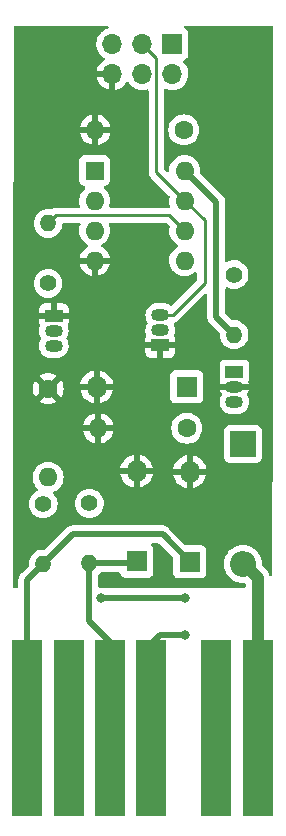
<source format=gbr>
%TF.GenerationSoftware,KiCad,Pcbnew,6.0.11+dfsg-1*%
%TF.CreationDate,2025-09-01T17:48:49-05:00*%
%TF.ProjectId,TinyFreq,54696e79-4672-4657-912e-6b696361645f,rev?*%
%TF.SameCoordinates,Original*%
%TF.FileFunction,Copper,L2,Bot*%
%TF.FilePolarity,Positive*%
%FSLAX46Y46*%
G04 Gerber Fmt 4.6, Leading zero omitted, Abs format (unit mm)*
G04 Created by KiCad (PCBNEW 6.0.11+dfsg-1) date 2025-09-01 17:48:49*
%MOMM*%
%LPD*%
G01*
G04 APERTURE LIST*
%TA.AperFunction,ComponentPad*%
%ADD10C,1.600000*%
%TD*%
%TA.AperFunction,ComponentPad*%
%ADD11O,1.600000X1.600000*%
%TD*%
%TA.AperFunction,ComponentPad*%
%ADD12C,1.400000*%
%TD*%
%TA.AperFunction,ComponentPad*%
%ADD13O,1.400000X1.400000*%
%TD*%
%TA.AperFunction,ComponentPad*%
%ADD14R,1.800000X1.800000*%
%TD*%
%TA.AperFunction,ComponentPad*%
%ADD15O,1.800000X1.800000*%
%TD*%
%TA.AperFunction,ComponentPad*%
%ADD16R,1.600000X1.600000*%
%TD*%
%TA.AperFunction,ComponentPad*%
%ADD17R,1.500000X1.050000*%
%TD*%
%TA.AperFunction,ComponentPad*%
%ADD18O,1.500000X1.050000*%
%TD*%
%TA.AperFunction,ConnectorPad*%
%ADD19R,2.500000X15.000000*%
%TD*%
%TA.AperFunction,ComponentPad*%
%ADD20R,1.700000X1.700000*%
%TD*%
%TA.AperFunction,ComponentPad*%
%ADD21O,1.700000X1.700000*%
%TD*%
%TA.AperFunction,ComponentPad*%
%ADD22R,2.200000X2.200000*%
%TD*%
%TA.AperFunction,ComponentPad*%
%ADD23O,2.200000X2.200000*%
%TD*%
%TA.AperFunction,ViaPad*%
%ADD24C,0.800000*%
%TD*%
%TA.AperFunction,Conductor*%
%ADD25C,0.250000*%
%TD*%
%TA.AperFunction,Conductor*%
%ADD26C,0.500000*%
%TD*%
%TA.AperFunction,Conductor*%
%ADD27C,1.000000*%
%TD*%
G04 APERTURE END LIST*
D10*
%TO.P,C2,1*%
%TO.N,Net-(C2-Pad1)*%
X139655000Y-98580000D03*
D11*
%TO.P,C2,2*%
%TO.N,Net-(C1-Pad1)*%
X132155000Y-98580000D03*
%TD*%
D12*
%TO.P,R4,1*%
%TO.N,Net-(J2-Pad5)*%
X143655000Y-85580000D03*
D13*
%TO.P,R4,2*%
%TO.N,Net-(C3-Pad1)*%
X143655000Y-90660000D03*
%TD*%
D12*
%TO.P,R2,1*%
%TO.N,Net-(C1-Pad2)*%
X127500000Y-105000000D03*
D13*
%TO.P,R2,2*%
%TO.N,Net-(J1-Pad6)*%
X127500000Y-110080000D03*
%TD*%
D10*
%TO.P,C1,1*%
%TO.N,Net-(C1-Pad1)*%
X127905000Y-95250000D03*
D11*
%TO.P,C1,2*%
%TO.N,Net-(C1-Pad2)*%
X127905000Y-102750000D03*
%TD*%
D14*
%TO.P,D4,1,K*%
%TO.N,Net-(C2-Pad1)*%
X139655000Y-95080000D03*
D15*
%TO.P,D4,2,A*%
%TO.N,Net-(C1-Pad1)*%
X132035000Y-95080000D03*
%TD*%
D16*
%TO.P,U2,1,~{RESET}/PB5*%
%TO.N,Net-(J2-Pad5)*%
X131855000Y-76780000D03*
D11*
%TO.P,U2,2,XTAL1/PB3*%
%TO.N,unconnected-(U2-Pad2)*%
X131855000Y-79320000D03*
%TO.P,U2,3,XTAL2/PB4*%
%TO.N,unconnected-(U2-Pad3)*%
X131855000Y-81860000D03*
%TO.P,U2,4,GND*%
%TO.N,Net-(C1-Pad1)*%
X131855000Y-84400000D03*
%TO.P,U2,5,AREF/PB0*%
%TO.N,Net-(J2-Pad4)*%
X139475000Y-84400000D03*
%TO.P,U2,6,PB1*%
%TO.N,Net-(J2-Pad1)*%
X139475000Y-81860000D03*
%TO.P,U2,7,PB2*%
%TO.N,Net-(J2-Pad3)*%
X139475000Y-79320000D03*
%TO.P,U2,8,VCC*%
%TO.N,Net-(C3-Pad1)*%
X139475000Y-76780000D03*
%TD*%
D17*
%TO.P,Q1,1,S*%
%TO.N,Net-(C1-Pad1)*%
X128385000Y-89060000D03*
D18*
%TO.P,Q1,2,G*%
%TO.N,Net-(Q1-Pad2)*%
X128385000Y-90330000D03*
%TO.P,Q1,3,D*%
%TO.N,Net-(C1-Pad2)*%
X128385000Y-91600000D03*
%TD*%
D14*
%TO.P,D2,1,K*%
%TO.N,Net-(J1-Pad4)*%
X135405000Y-109830000D03*
D15*
%TO.P,D2,2,A*%
%TO.N,Net-(C1-Pad1)*%
X135405000Y-102210000D03*
%TD*%
D17*
%TO.P,U1,1,VO*%
%TO.N,Net-(C3-Pad1)*%
X143685000Y-93810000D03*
D18*
%TO.P,U1,2,GND*%
%TO.N,Net-(C1-Pad1)*%
X143685000Y-95080000D03*
%TO.P,U1,3,VI*%
%TO.N,Net-(C2-Pad1)*%
X143685000Y-96350000D03*
%TD*%
D19*
%TO.P,J1,1,A*%
%TO.N,Net-(D1-Pad2)*%
X145655000Y-123930000D03*
%TO.P,J1,2,B*%
%TO.N,unconnected-(J1-Pad2)*%
X142155000Y-123930000D03*
%TO.P,J1,3,C*%
%TO.N,Net-(J1-Pad11)*%
X136655000Y-123930000D03*
%TO.P,J1,4,D*%
%TO.N,Net-(J1-Pad4)*%
X133155000Y-123930000D03*
%TO.P,J1,5,E*%
%TO.N,unconnected-(J1-Pad5)*%
X129655000Y-123930000D03*
%TO.P,J1,6,F*%
%TO.N,Net-(J1-Pad6)*%
X126155000Y-123930000D03*
%TD*%
D12*
%TO.P,R6,1*%
%TO.N,Net-(Q2-Pad2)*%
X131405000Y-104960000D03*
D13*
%TO.P,R6,2*%
%TO.N,Net-(J1-Pad4)*%
X131405000Y-110040000D03*
%TD*%
D14*
%TO.P,D3,1,K*%
%TO.N,Net-(J1-Pad6)*%
X139905000Y-109890000D03*
D15*
%TO.P,D3,2,A*%
%TO.N,Net-(C1-Pad1)*%
X139905000Y-102270000D03*
%TD*%
D17*
%TO.P,Q2,1,S*%
%TO.N,Net-(C1-Pad1)*%
X137405000Y-91580000D03*
D18*
%TO.P,Q2,2,G*%
%TO.N,Net-(Q2-Pad2)*%
X137405000Y-90310000D03*
%TO.P,Q2,3,D*%
%TO.N,Net-(J2-Pad3)*%
X137405000Y-89040000D03*
%TD*%
D20*
%TO.P,J2,1,Pin_1*%
%TO.N,Net-(J2-Pad1)*%
X138430000Y-66055000D03*
D21*
%TO.P,J2,2,Pin_2*%
%TO.N,Net-(C3-Pad1)*%
X138430000Y-68595000D03*
%TO.P,J2,3,Pin_3*%
%TO.N,Net-(J2-Pad3)*%
X135890000Y-66055000D03*
%TO.P,J2,4,Pin_4*%
%TO.N,Net-(J2-Pad4)*%
X135890000Y-68595000D03*
%TO.P,J2,5,Pin_5*%
%TO.N,Net-(J2-Pad5)*%
X133350000Y-66055000D03*
%TO.P,J2,6,Pin_6*%
%TO.N,Net-(C1-Pad1)*%
X133350000Y-68595000D03*
%TD*%
D22*
%TO.P,D1,1,K*%
%TO.N,Net-(C2-Pad1)*%
X144405000Y-99920000D03*
D23*
%TO.P,D1,2,A*%
%TO.N,Net-(D1-Pad2)*%
X144405000Y-110080000D03*
%TD*%
D10*
%TO.P,C3,1*%
%TO.N,Net-(C3-Pad1)*%
X139405000Y-73330000D03*
D11*
%TO.P,C3,2*%
%TO.N,Net-(C1-Pad1)*%
X131905000Y-73330000D03*
%TD*%
D12*
%TO.P,R5,1*%
%TO.N,Net-(Q1-Pad2)*%
X127905000Y-86330000D03*
D13*
%TO.P,R5,2*%
%TO.N,Net-(J2-Pad1)*%
X127905000Y-81250000D03*
%TD*%
D24*
%TO.N,Net-(C1-Pad1)*%
X133505000Y-111430000D03*
%TO.N,Net-(J1-Pad11)*%
X139500000Y-116080000D03*
%TO.N,Net-(J1-Pad12)*%
X139485000Y-113000000D03*
X132405000Y-113000000D03*
%TD*%
D25*
%TO.N,Net-(J2-Pad1)*%
X138165000Y-80550000D02*
X139475000Y-81860000D01*
X127905000Y-81250000D02*
X128605000Y-80550000D01*
X128605000Y-80550000D02*
X138165000Y-80550000D01*
%TO.N,Net-(J2-Pad3)*%
X137065000Y-76910000D02*
X137065000Y-67230000D01*
X138445000Y-89040000D02*
X141155000Y-86330000D01*
X141155000Y-81000000D02*
X139475000Y-79320000D01*
X137405000Y-89040000D02*
X138445000Y-89040000D01*
X137065000Y-67230000D02*
X135890000Y-66055000D01*
X141155000Y-86330000D02*
X141155000Y-81000000D01*
X139475000Y-79320000D02*
X137065000Y-76910000D01*
%TO.N,Net-(J1-Pad4)*%
X133155000Y-116655000D02*
X133155000Y-123930000D01*
X135255000Y-110040000D02*
X135405000Y-109890000D01*
D26*
X131405000Y-110040000D02*
X131405000Y-114905000D01*
X131405000Y-114905000D02*
X133155000Y-116655000D01*
X131405000Y-110040000D02*
X135255000Y-110040000D01*
%TO.N,Net-(J1-Pad6)*%
X126155000Y-111425000D02*
X127500000Y-110080000D01*
X127500000Y-110080000D02*
X130000000Y-107580000D01*
X137595000Y-107580000D02*
X139905000Y-109890000D01*
X130000000Y-107580000D02*
X137595000Y-107580000D01*
X126155000Y-123930000D02*
X126155000Y-111425000D01*
D25*
%TO.N,Net-(J1-Pad11)*%
X136655000Y-116845000D02*
X136655000Y-123930000D01*
D26*
X137420000Y-116080000D02*
X136655000Y-116845000D01*
X139500000Y-116080000D02*
X137420000Y-116080000D01*
%TO.N,Net-(J1-Pad12)*%
X132405000Y-113000000D02*
X139485000Y-113000000D01*
%TO.N,Net-(C3-Pad1)*%
X142155000Y-89160000D02*
X143655000Y-90660000D01*
X142155000Y-79460000D02*
X142155000Y-89160000D01*
X139475000Y-76780000D02*
X142155000Y-79460000D01*
D27*
%TO.N,Net-(D1-Pad2)*%
X145655000Y-111235000D02*
X144500000Y-110080000D01*
X145655000Y-123930000D02*
X145655000Y-111235000D01*
%TD*%
%TA.AperFunction,Conductor*%
%TO.N,Net-(C1-Pad1)*%
G36*
X132985631Y-64528502D02*
G01*
X133032124Y-64582158D01*
X133042228Y-64652432D01*
X133012734Y-64717012D01*
X132956655Y-64754265D01*
X132821756Y-64798357D01*
X132623607Y-64901507D01*
X132619474Y-64904610D01*
X132619471Y-64904612D01*
X132449100Y-65032530D01*
X132444965Y-65035635D01*
X132405525Y-65076907D01*
X132351280Y-65133671D01*
X132290629Y-65197138D01*
X132164743Y-65381680D01*
X132070688Y-65584305D01*
X132010989Y-65799570D01*
X131987251Y-66021695D01*
X132000110Y-66244715D01*
X132001247Y-66249761D01*
X132001248Y-66249767D01*
X132025304Y-66356508D01*
X132049222Y-66462639D01*
X132133266Y-66669616D01*
X132184942Y-66753944D01*
X132247291Y-66855688D01*
X132249987Y-66860088D01*
X132396250Y-67028938D01*
X132568126Y-67171632D01*
X132641445Y-67214476D01*
X132641955Y-67214774D01*
X132690679Y-67266412D01*
X132703750Y-67336195D01*
X132677019Y-67401967D01*
X132636562Y-67435327D01*
X132628457Y-67439546D01*
X132619738Y-67445036D01*
X132449433Y-67572905D01*
X132441726Y-67579748D01*
X132294590Y-67733717D01*
X132288104Y-67741727D01*
X132168098Y-67917649D01*
X132163000Y-67926623D01*
X132073338Y-68119783D01*
X132069775Y-68129470D01*
X132014389Y-68329183D01*
X132015912Y-68337607D01*
X132028292Y-68341000D01*
X133478000Y-68341000D01*
X133546121Y-68361002D01*
X133592614Y-68414658D01*
X133604000Y-68467000D01*
X133604000Y-69913517D01*
X133608064Y-69927359D01*
X133621478Y-69929393D01*
X133628184Y-69928534D01*
X133638262Y-69926392D01*
X133842255Y-69865191D01*
X133851842Y-69861433D01*
X134043095Y-69767739D01*
X134051945Y-69762464D01*
X134225328Y-69638792D01*
X134233200Y-69632139D01*
X134384052Y-69481812D01*
X134390730Y-69473965D01*
X134518022Y-69296819D01*
X134519279Y-69297722D01*
X134566373Y-69254362D01*
X134636311Y-69242145D01*
X134701751Y-69269678D01*
X134729579Y-69301511D01*
X134789987Y-69400088D01*
X134936250Y-69568938D01*
X135108126Y-69711632D01*
X135301000Y-69824338D01*
X135305825Y-69826180D01*
X135305826Y-69826181D01*
X135348724Y-69842562D01*
X135509692Y-69904030D01*
X135514760Y-69905061D01*
X135514763Y-69905062D01*
X135609862Y-69924410D01*
X135728597Y-69948567D01*
X135733772Y-69948757D01*
X135733774Y-69948757D01*
X135946673Y-69956564D01*
X135946677Y-69956564D01*
X135951837Y-69956753D01*
X135956957Y-69956097D01*
X135956959Y-69956097D01*
X136168288Y-69929025D01*
X136168289Y-69929025D01*
X136173416Y-69928368D01*
X136178367Y-69926883D01*
X136178370Y-69926882D01*
X136269293Y-69899604D01*
X136340288Y-69899188D01*
X136400239Y-69937220D01*
X136430110Y-70001627D01*
X136431500Y-70020290D01*
X136431500Y-76831233D01*
X136430973Y-76842416D01*
X136429298Y-76849909D01*
X136429547Y-76857835D01*
X136429547Y-76857836D01*
X136431438Y-76917986D01*
X136431500Y-76921945D01*
X136431500Y-76949856D01*
X136431997Y-76953790D01*
X136431997Y-76953791D01*
X136432005Y-76953856D01*
X136432938Y-76965693D01*
X136434327Y-77009889D01*
X136439978Y-77029339D01*
X136443987Y-77048700D01*
X136446526Y-77068797D01*
X136449445Y-77076168D01*
X136449445Y-77076170D01*
X136462804Y-77109912D01*
X136466649Y-77121142D01*
X136478982Y-77163593D01*
X136483015Y-77170412D01*
X136483017Y-77170417D01*
X136489293Y-77181028D01*
X136497988Y-77198776D01*
X136505448Y-77217617D01*
X136510110Y-77224033D01*
X136510110Y-77224034D01*
X136531436Y-77253387D01*
X136537952Y-77263307D01*
X136560458Y-77301362D01*
X136574779Y-77315683D01*
X136587619Y-77330716D01*
X136599528Y-77347107D01*
X136605634Y-77352158D01*
X136633605Y-77375298D01*
X136642384Y-77383288D01*
X138165848Y-78906752D01*
X138199874Y-78969064D01*
X138198459Y-79028459D01*
X138182882Y-79086591D01*
X138182881Y-79086598D01*
X138181457Y-79091913D01*
X138161502Y-79320000D01*
X138181457Y-79548087D01*
X138237674Y-79757890D01*
X138235984Y-79828865D01*
X138196190Y-79887661D01*
X138130926Y-79915609D01*
X138115967Y-79916500D01*
X133214033Y-79916500D01*
X133145912Y-79896498D01*
X133099419Y-79842842D01*
X133089315Y-79772568D01*
X133092324Y-79757897D01*
X133148543Y-79548087D01*
X133168498Y-79320000D01*
X133148543Y-79091913D01*
X133139197Y-79057032D01*
X133090707Y-78876067D01*
X133090706Y-78876065D01*
X133089284Y-78870757D01*
X133086961Y-78865775D01*
X132994849Y-78668238D01*
X132994846Y-78668233D01*
X132992523Y-78663251D01*
X132861198Y-78475700D01*
X132699300Y-78313802D01*
X132694789Y-78310643D01*
X132690576Y-78307108D01*
X132691527Y-78305974D01*
X132651529Y-78255929D01*
X132644224Y-78185310D01*
X132676258Y-78121951D01*
X132737462Y-78085970D01*
X132754517Y-78082918D01*
X132765316Y-78081745D01*
X132901705Y-78030615D01*
X133018261Y-77943261D01*
X133105615Y-77826705D01*
X133156745Y-77690316D01*
X133163500Y-77628134D01*
X133163500Y-75931866D01*
X133156745Y-75869684D01*
X133105615Y-75733295D01*
X133018261Y-75616739D01*
X132901705Y-75529385D01*
X132765316Y-75478255D01*
X132703134Y-75471500D01*
X131006866Y-75471500D01*
X130944684Y-75478255D01*
X130808295Y-75529385D01*
X130691739Y-75616739D01*
X130604385Y-75733295D01*
X130553255Y-75869684D01*
X130546500Y-75931866D01*
X130546500Y-77628134D01*
X130553255Y-77690316D01*
X130604385Y-77826705D01*
X130691739Y-77943261D01*
X130808295Y-78030615D01*
X130944684Y-78081745D01*
X130955474Y-78082917D01*
X130957606Y-78083803D01*
X130960222Y-78084425D01*
X130960121Y-78084848D01*
X131021035Y-78110155D01*
X131061463Y-78168517D01*
X131063922Y-78239471D01*
X131027629Y-78300490D01*
X131018969Y-78307489D01*
X131015207Y-78310646D01*
X131010700Y-78313802D01*
X130848802Y-78475700D01*
X130717477Y-78663251D01*
X130715154Y-78668233D01*
X130715151Y-78668238D01*
X130623039Y-78865775D01*
X130620716Y-78870757D01*
X130619294Y-78876065D01*
X130619293Y-78876067D01*
X130570803Y-79057032D01*
X130561457Y-79091913D01*
X130541502Y-79320000D01*
X130561457Y-79548087D01*
X130617674Y-79757890D01*
X130615984Y-79828865D01*
X130576190Y-79887661D01*
X130510926Y-79915609D01*
X130495967Y-79916500D01*
X128683763Y-79916500D01*
X128672579Y-79915973D01*
X128665091Y-79914299D01*
X128657168Y-79914548D01*
X128597033Y-79916438D01*
X128593075Y-79916500D01*
X128565144Y-79916500D01*
X128561229Y-79916995D01*
X128561225Y-79916995D01*
X128561167Y-79917003D01*
X128561138Y-79917006D01*
X128549296Y-79917939D01*
X128505110Y-79919327D01*
X128487744Y-79924372D01*
X128485658Y-79924978D01*
X128466306Y-79928986D01*
X128454068Y-79930532D01*
X128454066Y-79930533D01*
X128446203Y-79931526D01*
X128405086Y-79947806D01*
X128393885Y-79951641D01*
X128351406Y-79963982D01*
X128344587Y-79968015D01*
X128344582Y-79968017D01*
X128333971Y-79974293D01*
X128316221Y-79982990D01*
X128297383Y-79990448D01*
X128290967Y-79995109D01*
X128290966Y-79995110D01*
X128261625Y-80016428D01*
X128251700Y-80022948D01*
X128217204Y-80043348D01*
X128148388Y-80060806D01*
X128126419Y-80057498D01*
X128126385Y-80057693D01*
X128120971Y-80056739D01*
X128115655Y-80055314D01*
X127905000Y-80036884D01*
X127694345Y-80055314D01*
X127689032Y-80056738D01*
X127689030Y-80056738D01*
X127495400Y-80108621D01*
X127495398Y-80108622D01*
X127490090Y-80110044D01*
X127485109Y-80112366D01*
X127485108Y-80112367D01*
X127303423Y-80197088D01*
X127303420Y-80197090D01*
X127298442Y-80199411D01*
X127125224Y-80320699D01*
X126975699Y-80470224D01*
X126854411Y-80643442D01*
X126765044Y-80835090D01*
X126710314Y-81039345D01*
X126691884Y-81250000D01*
X126710314Y-81460655D01*
X126765044Y-81664910D01*
X126854411Y-81856558D01*
X126975699Y-82029776D01*
X127125224Y-82179301D01*
X127298442Y-82300589D01*
X127303420Y-82302910D01*
X127303423Y-82302912D01*
X127327684Y-82314225D01*
X127490090Y-82389956D01*
X127495398Y-82391378D01*
X127495400Y-82391379D01*
X127689030Y-82443262D01*
X127689032Y-82443262D01*
X127694345Y-82444686D01*
X127905000Y-82463116D01*
X128115655Y-82444686D01*
X128120968Y-82443262D01*
X128120970Y-82443262D01*
X128314600Y-82391379D01*
X128314602Y-82391378D01*
X128319910Y-82389956D01*
X128482316Y-82314225D01*
X128506577Y-82302912D01*
X128506580Y-82302910D01*
X128511558Y-82300589D01*
X128684776Y-82179301D01*
X128834301Y-82029776D01*
X128955589Y-81856558D01*
X129044956Y-81664910D01*
X129099686Y-81460655D01*
X129113871Y-81298517D01*
X129139734Y-81232400D01*
X129197238Y-81190761D01*
X129239392Y-81183500D01*
X130528907Y-81183500D01*
X130597028Y-81203502D01*
X130643521Y-81257158D01*
X130653625Y-81327432D01*
X130643102Y-81362749D01*
X130620716Y-81410757D01*
X130619294Y-81416065D01*
X130619293Y-81416067D01*
X130562883Y-81626591D01*
X130561457Y-81631913D01*
X130541502Y-81860000D01*
X130561457Y-82088087D01*
X130562881Y-82093400D01*
X130562881Y-82093402D01*
X130619020Y-82302912D01*
X130620716Y-82309243D01*
X130623039Y-82314224D01*
X130623039Y-82314225D01*
X130715151Y-82511762D01*
X130715154Y-82511767D01*
X130717477Y-82516749D01*
X130848802Y-82704300D01*
X131010700Y-82866198D01*
X131015208Y-82869355D01*
X131015211Y-82869357D01*
X131093389Y-82924098D01*
X131198251Y-82997523D01*
X131203233Y-82999846D01*
X131203238Y-82999849D01*
X131238049Y-83016081D01*
X131291334Y-83062998D01*
X131310795Y-83131275D01*
X131290253Y-83199235D01*
X131238049Y-83244471D01*
X131203489Y-83260586D01*
X131193993Y-83266069D01*
X131015533Y-83391028D01*
X131007125Y-83398084D01*
X130853084Y-83552125D01*
X130846028Y-83560533D01*
X130721069Y-83738993D01*
X130715586Y-83748489D01*
X130623510Y-83945947D01*
X130619764Y-83956239D01*
X130573606Y-84128503D01*
X130573942Y-84142599D01*
X130581884Y-84146000D01*
X133122967Y-84146000D01*
X133136498Y-84142027D01*
X133137727Y-84133478D01*
X133090236Y-83956239D01*
X133086490Y-83945947D01*
X132994414Y-83748489D01*
X132988931Y-83738993D01*
X132863972Y-83560533D01*
X132856916Y-83552125D01*
X132702875Y-83398084D01*
X132694467Y-83391028D01*
X132516007Y-83266069D01*
X132506511Y-83260586D01*
X132471951Y-83244471D01*
X132418666Y-83197554D01*
X132399205Y-83129277D01*
X132419747Y-83061317D01*
X132471951Y-83016081D01*
X132506762Y-82999849D01*
X132506767Y-82999846D01*
X132511749Y-82997523D01*
X132616611Y-82924098D01*
X132694789Y-82869357D01*
X132694792Y-82869355D01*
X132699300Y-82866198D01*
X132861198Y-82704300D01*
X132992523Y-82516749D01*
X132994846Y-82511767D01*
X132994849Y-82511762D01*
X133086961Y-82314225D01*
X133086961Y-82314224D01*
X133089284Y-82309243D01*
X133090981Y-82302912D01*
X133147119Y-82093402D01*
X133147119Y-82093400D01*
X133148543Y-82088087D01*
X133168498Y-81860000D01*
X133148543Y-81631913D01*
X133147117Y-81626591D01*
X133090707Y-81416067D01*
X133090706Y-81416065D01*
X133089284Y-81410757D01*
X133066898Y-81362750D01*
X133056237Y-81292558D01*
X133085217Y-81227746D01*
X133144637Y-81188889D01*
X133181093Y-81183500D01*
X137850406Y-81183500D01*
X137918527Y-81203502D01*
X137939501Y-81220405D01*
X138165848Y-81446752D01*
X138199874Y-81509064D01*
X138198459Y-81568459D01*
X138182882Y-81626591D01*
X138182881Y-81626598D01*
X138181457Y-81631913D01*
X138161502Y-81860000D01*
X138181457Y-82088087D01*
X138182881Y-82093400D01*
X138182881Y-82093402D01*
X138239020Y-82302912D01*
X138240716Y-82309243D01*
X138243039Y-82314224D01*
X138243039Y-82314225D01*
X138335151Y-82511762D01*
X138335154Y-82511767D01*
X138337477Y-82516749D01*
X138468802Y-82704300D01*
X138630700Y-82866198D01*
X138635208Y-82869355D01*
X138635211Y-82869357D01*
X138713389Y-82924098D01*
X138818251Y-82997523D01*
X138823233Y-82999846D01*
X138823238Y-82999849D01*
X138857457Y-83015805D01*
X138910742Y-83062722D01*
X138930203Y-83130999D01*
X138909661Y-83198959D01*
X138857457Y-83244195D01*
X138823238Y-83260151D01*
X138823233Y-83260154D01*
X138818251Y-83262477D01*
X138713389Y-83335902D01*
X138635211Y-83390643D01*
X138635208Y-83390645D01*
X138630700Y-83393802D01*
X138468802Y-83555700D01*
X138337477Y-83743251D01*
X138335154Y-83748233D01*
X138335151Y-83748238D01*
X138335034Y-83748489D01*
X138240716Y-83950757D01*
X138181457Y-84171913D01*
X138161502Y-84400000D01*
X138181457Y-84628087D01*
X138182881Y-84633400D01*
X138182881Y-84633402D01*
X138226538Y-84796329D01*
X138240716Y-84849243D01*
X138243039Y-84854224D01*
X138243039Y-84854225D01*
X138335151Y-85051762D01*
X138335154Y-85051767D01*
X138337477Y-85056749D01*
X138340634Y-85061257D01*
X138417057Y-85170400D01*
X138468802Y-85244300D01*
X138630700Y-85406198D01*
X138635208Y-85409355D01*
X138635211Y-85409357D01*
X138713389Y-85464098D01*
X138818251Y-85537523D01*
X138823233Y-85539846D01*
X138823238Y-85539849D01*
X139019765Y-85631490D01*
X139025757Y-85634284D01*
X139031065Y-85635706D01*
X139031067Y-85635707D01*
X139241598Y-85692119D01*
X139241600Y-85692119D01*
X139246913Y-85693543D01*
X139475000Y-85713498D01*
X139703087Y-85693543D01*
X139708400Y-85692119D01*
X139708402Y-85692119D01*
X139918933Y-85635707D01*
X139918935Y-85635706D01*
X139924243Y-85634284D01*
X139930235Y-85631490D01*
X140126762Y-85539849D01*
X140126767Y-85539846D01*
X140131749Y-85537523D01*
X140319300Y-85406198D01*
X140319996Y-85407192D01*
X140379546Y-85381128D01*
X140449651Y-85392344D01*
X140502564Y-85439681D01*
X140521500Y-85506114D01*
X140521500Y-86015406D01*
X140501498Y-86083527D01*
X140484595Y-86104501D01*
X138401268Y-88187828D01*
X138338956Y-88221854D01*
X138268141Y-88216789D01*
X138231181Y-88195254D01*
X138221437Y-88187078D01*
X138216719Y-88183119D01*
X138211327Y-88180155D01*
X138211323Y-88180152D01*
X138044506Y-88088444D01*
X138039109Y-88085477D01*
X137845916Y-88024193D01*
X137839799Y-88023507D01*
X137839795Y-88023506D01*
X137765652Y-88015190D01*
X137688183Y-88006500D01*
X137128996Y-88006500D01*
X136978287Y-88021277D01*
X136784258Y-88079858D01*
X136605302Y-88175010D01*
X136600528Y-88178904D01*
X136600526Y-88178905D01*
X136554076Y-88216789D01*
X136448237Y-88303110D01*
X136444310Y-88307857D01*
X136444308Y-88307859D01*
X136322973Y-88454528D01*
X136322971Y-88454531D01*
X136319044Y-88459278D01*
X136222644Y-88637565D01*
X136220822Y-88643452D01*
X136170505Y-88806000D01*
X136162710Y-88831180D01*
X136141524Y-89032750D01*
X136142083Y-89038890D01*
X136156403Y-89196233D01*
X136159894Y-89234596D01*
X136161632Y-89240502D01*
X136161633Y-89240506D01*
X136199704Y-89369858D01*
X136217119Y-89429029D01*
X136219972Y-89434486D01*
X136219973Y-89434489D01*
X136236879Y-89466827D01*
X136310923Y-89608460D01*
X136310923Y-89608462D01*
X136311019Y-89608645D01*
X136310984Y-89608663D01*
X136330889Y-89674441D01*
X136315729Y-89735409D01*
X136222644Y-89907565D01*
X136218494Y-89920971D01*
X136175946Y-90058423D01*
X136162710Y-90101180D01*
X136162066Y-90107305D01*
X136162066Y-90107306D01*
X136161215Y-90115404D01*
X136141524Y-90302750D01*
X136143903Y-90328890D01*
X136154866Y-90449345D01*
X136159894Y-90504596D01*
X136161632Y-90510502D01*
X136161633Y-90510506D01*
X136171699Y-90544707D01*
X136216069Y-90695461D01*
X136217119Y-90699029D01*
X136216441Y-90699229D01*
X136222956Y-90765273D01*
X136209680Y-90802323D01*
X136201679Y-90816937D01*
X136156522Y-90937394D01*
X136152895Y-90952649D01*
X136147369Y-91003514D01*
X136147000Y-91010328D01*
X136147000Y-91307885D01*
X136151475Y-91323124D01*
X136152865Y-91324329D01*
X136160548Y-91326000D01*
X136958758Y-91326000D01*
X136972803Y-91326785D01*
X137121817Y-91343500D01*
X137681004Y-91343500D01*
X137831713Y-91328723D01*
X137834002Y-91328032D01*
X137854724Y-91326000D01*
X138644884Y-91326000D01*
X138660123Y-91321525D01*
X138661328Y-91320135D01*
X138662999Y-91312452D01*
X138662999Y-91010331D01*
X138662629Y-91003510D01*
X138657105Y-90952648D01*
X138653479Y-90937396D01*
X138608323Y-90816944D01*
X138599886Y-90801534D01*
X138584716Y-90732177D01*
X138590040Y-90703764D01*
X138601893Y-90665475D01*
X138647290Y-90518820D01*
X138668476Y-90317250D01*
X138651926Y-90135404D01*
X138650665Y-90121543D01*
X138650664Y-90121540D01*
X138650106Y-90115404D01*
X138592881Y-89920971D01*
X138588951Y-89913452D01*
X138545889Y-89831083D01*
X138532055Y-89761447D01*
X138558065Y-89695387D01*
X138611168Y-89655556D01*
X138644912Y-89642196D01*
X138656142Y-89638351D01*
X138690983Y-89628229D01*
X138690984Y-89628229D01*
X138698593Y-89626018D01*
X138705412Y-89621985D01*
X138705417Y-89621983D01*
X138716028Y-89615707D01*
X138733776Y-89607012D01*
X138752617Y-89599552D01*
X138788387Y-89573564D01*
X138798307Y-89567048D01*
X138829535Y-89548580D01*
X138829538Y-89548578D01*
X138836362Y-89544542D01*
X138850683Y-89530221D01*
X138865717Y-89517380D01*
X138875694Y-89510131D01*
X138882107Y-89505472D01*
X138910298Y-89471395D01*
X138918288Y-89462616D01*
X141181405Y-87199500D01*
X141243717Y-87165474D01*
X141314533Y-87170539D01*
X141371368Y-87213086D01*
X141396179Y-87279606D01*
X141396500Y-87288595D01*
X141396500Y-89092930D01*
X141395067Y-89111880D01*
X141391801Y-89133349D01*
X141392394Y-89140641D01*
X141392394Y-89140644D01*
X141396085Y-89186018D01*
X141396500Y-89196233D01*
X141396500Y-89204293D01*
X141396925Y-89207937D01*
X141399789Y-89232507D01*
X141400222Y-89236882D01*
X141406140Y-89309637D01*
X141408396Y-89316601D01*
X141409587Y-89322560D01*
X141410971Y-89328415D01*
X141411818Y-89335681D01*
X141436735Y-89404327D01*
X141438152Y-89408455D01*
X141456474Y-89465010D01*
X141460649Y-89477899D01*
X141464445Y-89484154D01*
X141466951Y-89489628D01*
X141469670Y-89495058D01*
X141472167Y-89501937D01*
X141476180Y-89508057D01*
X141476180Y-89508058D01*
X141512186Y-89562976D01*
X141514523Y-89566680D01*
X141552405Y-89629107D01*
X141556121Y-89633315D01*
X141556122Y-89633316D01*
X141559803Y-89637484D01*
X141559776Y-89637508D01*
X141562429Y-89640500D01*
X141565132Y-89643733D01*
X141569144Y-89649852D01*
X141574456Y-89654884D01*
X141625383Y-89703128D01*
X141627825Y-89705506D01*
X142411635Y-90489316D01*
X142445661Y-90551628D01*
X142448061Y-90589392D01*
X142441884Y-90660000D01*
X142460314Y-90870655D01*
X142461738Y-90875968D01*
X142461738Y-90875970D01*
X142503369Y-91031337D01*
X142515044Y-91074910D01*
X142517366Y-91079891D01*
X142517367Y-91079892D01*
X142581246Y-91216880D01*
X142604411Y-91266558D01*
X142725699Y-91439776D01*
X142875224Y-91589301D01*
X143048442Y-91710589D01*
X143053420Y-91712910D01*
X143053423Y-91712912D01*
X143215430Y-91788457D01*
X143240090Y-91799956D01*
X143245398Y-91801378D01*
X143245400Y-91801379D01*
X143439030Y-91853262D01*
X143439032Y-91853262D01*
X143444345Y-91854686D01*
X143655000Y-91873116D01*
X143865655Y-91854686D01*
X143870968Y-91853262D01*
X143870970Y-91853262D01*
X144064600Y-91801379D01*
X144064602Y-91801378D01*
X144069910Y-91799956D01*
X144094570Y-91788457D01*
X144256577Y-91712912D01*
X144256580Y-91712910D01*
X144261558Y-91710589D01*
X144434776Y-91589301D01*
X144584301Y-91439776D01*
X144705589Y-91266558D01*
X144728755Y-91216880D01*
X144792633Y-91079892D01*
X144792634Y-91079891D01*
X144794956Y-91074910D01*
X144806632Y-91031337D01*
X144848262Y-90875970D01*
X144848262Y-90875968D01*
X144849686Y-90870655D01*
X144868116Y-90660000D01*
X144849686Y-90449345D01*
X144794956Y-90245090D01*
X144741053Y-90129494D01*
X144707912Y-90058423D01*
X144707910Y-90058420D01*
X144705589Y-90053442D01*
X144584301Y-89880224D01*
X144434776Y-89730699D01*
X144261558Y-89609411D01*
X144256580Y-89607090D01*
X144256577Y-89607088D01*
X144074892Y-89522367D01*
X144074891Y-89522366D01*
X144069910Y-89520044D01*
X144064602Y-89518622D01*
X144064600Y-89518621D01*
X143870970Y-89466738D01*
X143870968Y-89466738D01*
X143865655Y-89465314D01*
X143655000Y-89446884D01*
X143649525Y-89447363D01*
X143649524Y-89447363D01*
X143584392Y-89453061D01*
X143514787Y-89439071D01*
X143484316Y-89416635D01*
X142950405Y-88882724D01*
X142916379Y-88820412D01*
X142913500Y-88793629D01*
X142913500Y-86765445D01*
X142933502Y-86697324D01*
X142987158Y-86650831D01*
X143057432Y-86640727D01*
X143092750Y-86651250D01*
X143191556Y-86697324D01*
X143240090Y-86719956D01*
X143245398Y-86721378D01*
X143245400Y-86721379D01*
X143439030Y-86773262D01*
X143439032Y-86773262D01*
X143444345Y-86774686D01*
X143655000Y-86793116D01*
X143865655Y-86774686D01*
X143870968Y-86773262D01*
X143870970Y-86773262D01*
X144064600Y-86721379D01*
X144064602Y-86721378D01*
X144069910Y-86719956D01*
X144074892Y-86717633D01*
X144256577Y-86632912D01*
X144256580Y-86632910D01*
X144261558Y-86630589D01*
X144434776Y-86509301D01*
X144584301Y-86359776D01*
X144705589Y-86186558D01*
X144739410Y-86114030D01*
X144792633Y-85999892D01*
X144792634Y-85999891D01*
X144794956Y-85994910D01*
X144849686Y-85790655D01*
X144868116Y-85580000D01*
X144849686Y-85369345D01*
X144824966Y-85277088D01*
X144796379Y-85170400D01*
X144796378Y-85170398D01*
X144794956Y-85165090D01*
X144746538Y-85061257D01*
X144707912Y-84978423D01*
X144707910Y-84978420D01*
X144705589Y-84973442D01*
X144584301Y-84800224D01*
X144434776Y-84650699D01*
X144261558Y-84529411D01*
X144256580Y-84527090D01*
X144256577Y-84527088D01*
X144074892Y-84442367D01*
X144074891Y-84442366D01*
X144069910Y-84440044D01*
X144064602Y-84438622D01*
X144064600Y-84438621D01*
X143870970Y-84386738D01*
X143870968Y-84386738D01*
X143865655Y-84385314D01*
X143655000Y-84366884D01*
X143444345Y-84385314D01*
X143439032Y-84386738D01*
X143439030Y-84386738D01*
X143245400Y-84438621D01*
X143245398Y-84438622D01*
X143240090Y-84440044D01*
X143235109Y-84442366D01*
X143235108Y-84442367D01*
X143092750Y-84508750D01*
X143022558Y-84519411D01*
X142957746Y-84490431D01*
X142918889Y-84431011D01*
X142913500Y-84394555D01*
X142913500Y-79527063D01*
X142914933Y-79508114D01*
X142917097Y-79493886D01*
X142918198Y-79486651D01*
X142913915Y-79433990D01*
X142913500Y-79423777D01*
X142913500Y-79415707D01*
X142913078Y-79412087D01*
X142913077Y-79412069D01*
X142910208Y-79387461D01*
X142909775Y-79383086D01*
X142909656Y-79381615D01*
X142905948Y-79336035D01*
X142904454Y-79317661D01*
X142904453Y-79317658D01*
X142903860Y-79310363D01*
X142901604Y-79303399D01*
X142900413Y-79297440D01*
X142899029Y-79291585D01*
X142898182Y-79284319D01*
X142873265Y-79215673D01*
X142871848Y-79211545D01*
X142851607Y-79149064D01*
X142851606Y-79149062D01*
X142849351Y-79142101D01*
X142845555Y-79135846D01*
X142843049Y-79130372D01*
X142840330Y-79124942D01*
X142837833Y-79118063D01*
X142797809Y-79057016D01*
X142795472Y-79053312D01*
X142760509Y-78995693D01*
X142760505Y-78995688D01*
X142757595Y-78990892D01*
X142750197Y-78982516D01*
X142750223Y-78982493D01*
X142747574Y-78979503D01*
X142744866Y-78976264D01*
X142740856Y-78970148D01*
X142735549Y-78965121D01*
X142735546Y-78965117D01*
X142684617Y-78916872D01*
X142682175Y-78914494D01*
X140810671Y-77042990D01*
X140776645Y-76980678D01*
X140774245Y-76942913D01*
X140788019Y-76785475D01*
X140788498Y-76780000D01*
X140768543Y-76551913D01*
X140709284Y-76330757D01*
X140706961Y-76325775D01*
X140614849Y-76128238D01*
X140614846Y-76128233D01*
X140612523Y-76123251D01*
X140481198Y-75935700D01*
X140319300Y-75773802D01*
X140314792Y-75770645D01*
X140314789Y-75770643D01*
X140236611Y-75715902D01*
X140131749Y-75642477D01*
X140126767Y-75640154D01*
X140126762Y-75640151D01*
X139929225Y-75548039D01*
X139929224Y-75548039D01*
X139924243Y-75545716D01*
X139918935Y-75544294D01*
X139918933Y-75544293D01*
X139708402Y-75487881D01*
X139708400Y-75487881D01*
X139703087Y-75486457D01*
X139475000Y-75466502D01*
X139246913Y-75486457D01*
X139241600Y-75487881D01*
X139241598Y-75487881D01*
X139031067Y-75544293D01*
X139031065Y-75544294D01*
X139025757Y-75545716D01*
X139020776Y-75548039D01*
X139020775Y-75548039D01*
X138823238Y-75640151D01*
X138823233Y-75640154D01*
X138818251Y-75642477D01*
X138713389Y-75715902D01*
X138635211Y-75770643D01*
X138635208Y-75770645D01*
X138630700Y-75773802D01*
X138468802Y-75935700D01*
X138337477Y-76123251D01*
X138335154Y-76128233D01*
X138335151Y-76128238D01*
X138243039Y-76325775D01*
X138240716Y-76330757D01*
X138181457Y-76551913D01*
X138161502Y-76780000D01*
X138161981Y-76785475D01*
X138161981Y-76785485D01*
X138163026Y-76797428D01*
X138149038Y-76867033D01*
X138099639Y-76918026D01*
X138030514Y-76934217D01*
X137963608Y-76910465D01*
X137948411Y-76897506D01*
X137735405Y-76684500D01*
X137701379Y-76622188D01*
X137698500Y-76595405D01*
X137698500Y-73330000D01*
X138091502Y-73330000D01*
X138111457Y-73558087D01*
X138112881Y-73563400D01*
X138112881Y-73563402D01*
X138122031Y-73597548D01*
X138170716Y-73779243D01*
X138173039Y-73784224D01*
X138173039Y-73784225D01*
X138265151Y-73981762D01*
X138265154Y-73981767D01*
X138267477Y-73986749D01*
X138398802Y-74174300D01*
X138560700Y-74336198D01*
X138565208Y-74339355D01*
X138565211Y-74339357D01*
X138643389Y-74394098D01*
X138748251Y-74467523D01*
X138753233Y-74469846D01*
X138753238Y-74469849D01*
X138949765Y-74561490D01*
X138955757Y-74564284D01*
X138961065Y-74565706D01*
X138961067Y-74565707D01*
X139171598Y-74622119D01*
X139171600Y-74622119D01*
X139176913Y-74623543D01*
X139405000Y-74643498D01*
X139633087Y-74623543D01*
X139638400Y-74622119D01*
X139638402Y-74622119D01*
X139848933Y-74565707D01*
X139848935Y-74565706D01*
X139854243Y-74564284D01*
X139860235Y-74561490D01*
X140056762Y-74469849D01*
X140056767Y-74469846D01*
X140061749Y-74467523D01*
X140166611Y-74394098D01*
X140244789Y-74339357D01*
X140244792Y-74339355D01*
X140249300Y-74336198D01*
X140411198Y-74174300D01*
X140542523Y-73986749D01*
X140544846Y-73981767D01*
X140544849Y-73981762D01*
X140636961Y-73784225D01*
X140636961Y-73784224D01*
X140639284Y-73779243D01*
X140687970Y-73597548D01*
X140697119Y-73563402D01*
X140697119Y-73563400D01*
X140698543Y-73558087D01*
X140718498Y-73330000D01*
X140698543Y-73101913D01*
X140688244Y-73063478D01*
X140640707Y-72886067D01*
X140640706Y-72886065D01*
X140639284Y-72880757D01*
X140544966Y-72678489D01*
X140544849Y-72678238D01*
X140544846Y-72678233D01*
X140542523Y-72673251D01*
X140411198Y-72485700D01*
X140249300Y-72323802D01*
X140244792Y-72320645D01*
X140244789Y-72320643D01*
X140166611Y-72265902D01*
X140061749Y-72192477D01*
X140056767Y-72190154D01*
X140056762Y-72190151D01*
X139859225Y-72098039D01*
X139859224Y-72098039D01*
X139854243Y-72095716D01*
X139848935Y-72094294D01*
X139848933Y-72094293D01*
X139638402Y-72037881D01*
X139638400Y-72037881D01*
X139633087Y-72036457D01*
X139405000Y-72016502D01*
X139176913Y-72036457D01*
X139171600Y-72037881D01*
X139171598Y-72037881D01*
X138961067Y-72094293D01*
X138961065Y-72094294D01*
X138955757Y-72095716D01*
X138950776Y-72098039D01*
X138950775Y-72098039D01*
X138753238Y-72190151D01*
X138753233Y-72190154D01*
X138748251Y-72192477D01*
X138643389Y-72265902D01*
X138565211Y-72320643D01*
X138565208Y-72320645D01*
X138560700Y-72323802D01*
X138398802Y-72485700D01*
X138267477Y-72673251D01*
X138265154Y-72678233D01*
X138265151Y-72678238D01*
X138265034Y-72678489D01*
X138170716Y-72880757D01*
X138169294Y-72886065D01*
X138169293Y-72886067D01*
X138121756Y-73063478D01*
X138111457Y-73101913D01*
X138091502Y-73330000D01*
X137698500Y-73330000D01*
X137698500Y-69952912D01*
X137718502Y-69884791D01*
X137772158Y-69838298D01*
X137842432Y-69828194D01*
X137869449Y-69835202D01*
X137945320Y-69864174D01*
X138049692Y-69904030D01*
X138054760Y-69905061D01*
X138054763Y-69905062D01*
X138149862Y-69924410D01*
X138268597Y-69948567D01*
X138273772Y-69948757D01*
X138273774Y-69948757D01*
X138486673Y-69956564D01*
X138486677Y-69956564D01*
X138491837Y-69956753D01*
X138496957Y-69956097D01*
X138496959Y-69956097D01*
X138708288Y-69929025D01*
X138708289Y-69929025D01*
X138713416Y-69928368D01*
X138718369Y-69926882D01*
X138922429Y-69865661D01*
X138922434Y-69865659D01*
X138927384Y-69864174D01*
X139127994Y-69765896D01*
X139309860Y-69636173D01*
X139468096Y-69478489D01*
X139598453Y-69297077D01*
X139611995Y-69269678D01*
X139695136Y-69101453D01*
X139695137Y-69101451D01*
X139697430Y-69096811D01*
X139762370Y-68883069D01*
X139791529Y-68661590D01*
X139793156Y-68595000D01*
X139774852Y-68372361D01*
X139720431Y-68155702D01*
X139631354Y-67950840D01*
X139510014Y-67763277D01*
X139490405Y-67741727D01*
X139362798Y-67601488D01*
X139331746Y-67537642D01*
X139340141Y-67467143D01*
X139385317Y-67412375D01*
X139411761Y-67398706D01*
X139518297Y-67358767D01*
X139526705Y-67355615D01*
X139643261Y-67268261D01*
X139730615Y-67151705D01*
X139781745Y-67015316D01*
X139788500Y-66953134D01*
X139788500Y-65156866D01*
X139781745Y-65094684D01*
X139730615Y-64958295D01*
X139643261Y-64841739D01*
X139526705Y-64754385D01*
X139518297Y-64751233D01*
X139510425Y-64746923D01*
X139511534Y-64744898D01*
X139464864Y-64709839D01*
X139440165Y-64643277D01*
X139455373Y-64573928D01*
X139505660Y-64523811D01*
X139565859Y-64508500D01*
X146864245Y-64508500D01*
X146932366Y-64528502D01*
X146978859Y-64582158D01*
X146990245Y-64634747D01*
X146929305Y-95476353D01*
X146898600Y-111016441D01*
X146878463Y-111084522D01*
X146824716Y-111130909D01*
X146754422Y-111140874D01*
X146689900Y-111111253D01*
X146651634Y-111051451D01*
X146651166Y-111049491D01*
X146651087Y-111048587D01*
X146650320Y-111045948D01*
X146649510Y-111042555D01*
X146649080Y-111038167D01*
X146622209Y-110949166D01*
X146621874Y-110948033D01*
X146597630Y-110864586D01*
X146597628Y-110864582D01*
X146595909Y-110858664D01*
X146593456Y-110853932D01*
X146591916Y-110848831D01*
X146586228Y-110838134D01*
X146548269Y-110766740D01*
X146547657Y-110765574D01*
X146507729Y-110688547D01*
X146504892Y-110683074D01*
X146501569Y-110678911D01*
X146499066Y-110674204D01*
X146476519Y-110646558D01*
X146440261Y-110602102D01*
X146439433Y-110601075D01*
X146410469Y-110564792D01*
X146410464Y-110564787D01*
X146408262Y-110562028D01*
X146405761Y-110559527D01*
X146405119Y-110558809D01*
X146401406Y-110554461D01*
X146393642Y-110544941D01*
X146374065Y-110520938D01*
X146369323Y-110517015D01*
X146369321Y-110517013D01*
X146338727Y-110491703D01*
X146329947Y-110483713D01*
X146052818Y-110206584D01*
X146018792Y-110144272D01*
X146016302Y-110107600D01*
X146018086Y-110084938D01*
X146018086Y-110084930D01*
X146018474Y-110080000D01*
X145998609Y-109827597D01*
X145939505Y-109581409D01*
X145928227Y-109554181D01*
X145844511Y-109352072D01*
X145844509Y-109352068D01*
X145842616Y-109347498D01*
X145710328Y-109131624D01*
X145545898Y-108939102D01*
X145353376Y-108774672D01*
X145137502Y-108642384D01*
X145132932Y-108640491D01*
X145132928Y-108640489D01*
X144908164Y-108547389D01*
X144908162Y-108547388D01*
X144903591Y-108545495D01*
X144818968Y-108525179D01*
X144662216Y-108487546D01*
X144662210Y-108487545D01*
X144657403Y-108486391D01*
X144405000Y-108466526D01*
X144152597Y-108486391D01*
X144147790Y-108487545D01*
X144147784Y-108487546D01*
X143991032Y-108525179D01*
X143906409Y-108545495D01*
X143901838Y-108547388D01*
X143901836Y-108547389D01*
X143677072Y-108640489D01*
X143677068Y-108640491D01*
X143672498Y-108642384D01*
X143456624Y-108774672D01*
X143264102Y-108939102D01*
X143099672Y-109131624D01*
X142967384Y-109347498D01*
X142965491Y-109352068D01*
X142965489Y-109352072D01*
X142881773Y-109554181D01*
X142870495Y-109581409D01*
X142811391Y-109827597D01*
X142791526Y-110080000D01*
X142811391Y-110332403D01*
X142870495Y-110578591D01*
X142872388Y-110583162D01*
X142872389Y-110583164D01*
X142962777Y-110801379D01*
X142967384Y-110812502D01*
X143099672Y-111028376D01*
X143264102Y-111220898D01*
X143456624Y-111385328D01*
X143672498Y-111517616D01*
X143677068Y-111519509D01*
X143677072Y-111519511D01*
X143901836Y-111612611D01*
X143906409Y-111614505D01*
X143991032Y-111634821D01*
X144147784Y-111672454D01*
X144147790Y-111672455D01*
X144152597Y-111673609D01*
X144405000Y-111693474D01*
X144409930Y-111693086D01*
X144510614Y-111685162D01*
X144580094Y-111699758D01*
X144630654Y-111749601D01*
X144646500Y-111810774D01*
X144646500Y-111954000D01*
X144626498Y-112022121D01*
X144572842Y-112068614D01*
X144520500Y-112080000D01*
X132289500Y-112080000D01*
X132221379Y-112059998D01*
X132174886Y-112006342D01*
X132163500Y-111954000D01*
X132163500Y-111042767D01*
X132183502Y-110974646D01*
X132200405Y-110953672D01*
X132318672Y-110835405D01*
X132380984Y-110801379D01*
X132407767Y-110798500D01*
X133900251Y-110798500D01*
X133968372Y-110818502D01*
X134014865Y-110872158D01*
X134018233Y-110880270D01*
X134054385Y-110976705D01*
X134141739Y-111093261D01*
X134258295Y-111180615D01*
X134394684Y-111231745D01*
X134456866Y-111238500D01*
X136353134Y-111238500D01*
X136415316Y-111231745D01*
X136551705Y-111180615D01*
X136668261Y-111093261D01*
X136755615Y-110976705D01*
X136806745Y-110840316D01*
X136813500Y-110778134D01*
X136813500Y-108881866D01*
X136806745Y-108819684D01*
X136755615Y-108683295D01*
X136668261Y-108566739D01*
X136661081Y-108561358D01*
X136654731Y-108555008D01*
X136656978Y-108552761D01*
X136623857Y-108508456D01*
X136618838Y-108437637D01*
X136652903Y-108375347D01*
X136715238Y-108341362D01*
X136741941Y-108338500D01*
X137228629Y-108338500D01*
X137296750Y-108358502D01*
X137317724Y-108375405D01*
X138459595Y-109517276D01*
X138493621Y-109579588D01*
X138496500Y-109606371D01*
X138496500Y-110838134D01*
X138503255Y-110900316D01*
X138554385Y-111036705D01*
X138641739Y-111153261D01*
X138758295Y-111240615D01*
X138894684Y-111291745D01*
X138956866Y-111298500D01*
X140853134Y-111298500D01*
X140915316Y-111291745D01*
X141051705Y-111240615D01*
X141168261Y-111153261D01*
X141255615Y-111036705D01*
X141306745Y-110900316D01*
X141313500Y-110838134D01*
X141313500Y-108941866D01*
X141306745Y-108879684D01*
X141255615Y-108743295D01*
X141168261Y-108626739D01*
X141051705Y-108539385D01*
X140915316Y-108488255D01*
X140853134Y-108481500D01*
X139621371Y-108481500D01*
X139553250Y-108461498D01*
X139532276Y-108444595D01*
X138178770Y-107091089D01*
X138166384Y-107076677D01*
X138157851Y-107065082D01*
X138157846Y-107065077D01*
X138153508Y-107059182D01*
X138147930Y-107054443D01*
X138147927Y-107054440D01*
X138113232Y-107024965D01*
X138105716Y-107018035D01*
X138100021Y-107012340D01*
X138083736Y-106999456D01*
X138077749Y-106994719D01*
X138074345Y-106991928D01*
X138024297Y-106949409D01*
X138024295Y-106949408D01*
X138018715Y-106944667D01*
X138012199Y-106941339D01*
X138007150Y-106937972D01*
X138002021Y-106934805D01*
X137996284Y-106930266D01*
X137930125Y-106899345D01*
X137926225Y-106897439D01*
X137861192Y-106864231D01*
X137854084Y-106862492D01*
X137848441Y-106860393D01*
X137842678Y-106858476D01*
X137836050Y-106855378D01*
X137764583Y-106840513D01*
X137760299Y-106839543D01*
X137689390Y-106822192D01*
X137683788Y-106821844D01*
X137683785Y-106821844D01*
X137678236Y-106821500D01*
X137678238Y-106821464D01*
X137674245Y-106821225D01*
X137670053Y-106820851D01*
X137662885Y-106819360D01*
X137599120Y-106821085D01*
X137585479Y-106821454D01*
X137582072Y-106821500D01*
X130067070Y-106821500D01*
X130048120Y-106820067D01*
X130033885Y-106817901D01*
X130033881Y-106817901D01*
X130026651Y-106816801D01*
X130019359Y-106817394D01*
X130019356Y-106817394D01*
X129973982Y-106821085D01*
X129963767Y-106821500D01*
X129955707Y-106821500D01*
X129952073Y-106821924D01*
X129952067Y-106821924D01*
X129939042Y-106823443D01*
X129927480Y-106824791D01*
X129923132Y-106825221D01*
X129850364Y-106831140D01*
X129843403Y-106833395D01*
X129837463Y-106834582D01*
X129831588Y-106835971D01*
X129824319Y-106836818D01*
X129755670Y-106861736D01*
X129751542Y-106863153D01*
X129689064Y-106883393D01*
X129689062Y-106883394D01*
X129682101Y-106885649D01*
X129675846Y-106889445D01*
X129670372Y-106891951D01*
X129664942Y-106894670D01*
X129658063Y-106897167D01*
X129651943Y-106901180D01*
X129651942Y-106901180D01*
X129597024Y-106937186D01*
X129593320Y-106939523D01*
X129530893Y-106977405D01*
X129522516Y-106984803D01*
X129522492Y-106984776D01*
X129519500Y-106987429D01*
X129516267Y-106990132D01*
X129510148Y-106994144D01*
X129480951Y-107024965D01*
X129456872Y-107050383D01*
X129454494Y-107052825D01*
X127670684Y-108836635D01*
X127608372Y-108870661D01*
X127570608Y-108873061D01*
X127505476Y-108867363D01*
X127505475Y-108867363D01*
X127500000Y-108866884D01*
X127289345Y-108885314D01*
X127284032Y-108886738D01*
X127284030Y-108886738D01*
X127090400Y-108938621D01*
X127090398Y-108938622D01*
X127085090Y-108940044D01*
X127080109Y-108942366D01*
X127080108Y-108942367D01*
X126898423Y-109027088D01*
X126898420Y-109027090D01*
X126893442Y-109029411D01*
X126720224Y-109150699D01*
X126570699Y-109300224D01*
X126449411Y-109473442D01*
X126447090Y-109478420D01*
X126447088Y-109478423D01*
X126399914Y-109579588D01*
X126360044Y-109665090D01*
X126358622Y-109670398D01*
X126358621Y-109670400D01*
X126306738Y-109864030D01*
X126305314Y-109869345D01*
X126286884Y-110080000D01*
X126287363Y-110085475D01*
X126287363Y-110085476D01*
X126293061Y-110150608D01*
X126279071Y-110220213D01*
X126256635Y-110250684D01*
X125666089Y-110841230D01*
X125651677Y-110853616D01*
X125640082Y-110862149D01*
X125640077Y-110862154D01*
X125634182Y-110866492D01*
X125629443Y-110872070D01*
X125629440Y-110872073D01*
X125599965Y-110906768D01*
X125593035Y-110914284D01*
X125587340Y-110919979D01*
X125585060Y-110922861D01*
X125569719Y-110942251D01*
X125566928Y-110945655D01*
X125524409Y-110995703D01*
X125519667Y-111001285D01*
X125516339Y-111007801D01*
X125512972Y-111012850D01*
X125509805Y-111017979D01*
X125505266Y-111023716D01*
X125474345Y-111089875D01*
X125472442Y-111093769D01*
X125439231Y-111158808D01*
X125437492Y-111165916D01*
X125435393Y-111171559D01*
X125433476Y-111177322D01*
X125430378Y-111183950D01*
X125428888Y-111191112D01*
X125428888Y-111191113D01*
X125415514Y-111255412D01*
X125414544Y-111259696D01*
X125397192Y-111330610D01*
X125396500Y-111341764D01*
X125396464Y-111341762D01*
X125396225Y-111345755D01*
X125395851Y-111349947D01*
X125394360Y-111357115D01*
X125394558Y-111364432D01*
X125396454Y-111434521D01*
X125396500Y-111437928D01*
X125396500Y-111954000D01*
X125376498Y-112022121D01*
X125322842Y-112068614D01*
X125270500Y-112080000D01*
X125039750Y-112080000D01*
X124971629Y-112059998D01*
X124925136Y-112006342D01*
X124913751Y-111953754D01*
X124927491Y-105000000D01*
X126286884Y-105000000D01*
X126305314Y-105210655D01*
X126360044Y-105414910D01*
X126362366Y-105419891D01*
X126362367Y-105419892D01*
X126430759Y-105566558D01*
X126449411Y-105606558D01*
X126570699Y-105779776D01*
X126720224Y-105929301D01*
X126893442Y-106050589D01*
X126898420Y-106052910D01*
X126898423Y-106052912D01*
X127002361Y-106101379D01*
X127085090Y-106139956D01*
X127090398Y-106141378D01*
X127090400Y-106141379D01*
X127284030Y-106193262D01*
X127284032Y-106193262D01*
X127289345Y-106194686D01*
X127500000Y-106213116D01*
X127710655Y-106194686D01*
X127715968Y-106193262D01*
X127715970Y-106193262D01*
X127909600Y-106141379D01*
X127909602Y-106141378D01*
X127914910Y-106139956D01*
X127997639Y-106101379D01*
X128101577Y-106052912D01*
X128101580Y-106052910D01*
X128106558Y-106050589D01*
X128279776Y-105929301D01*
X128429301Y-105779776D01*
X128550589Y-105606558D01*
X128569242Y-105566558D01*
X128637633Y-105419892D01*
X128637634Y-105419891D01*
X128639956Y-105414910D01*
X128694686Y-105210655D01*
X128713116Y-105000000D01*
X128709616Y-104960000D01*
X130191884Y-104960000D01*
X130210314Y-105170655D01*
X130211738Y-105175968D01*
X130211738Y-105175970D01*
X130219564Y-105205175D01*
X130265044Y-105374910D01*
X130354411Y-105566558D01*
X130475699Y-105739776D01*
X130625224Y-105889301D01*
X130798442Y-106010589D01*
X130803420Y-106012910D01*
X130803423Y-106012912D01*
X130985108Y-106097633D01*
X130990090Y-106099956D01*
X130995398Y-106101378D01*
X130995400Y-106101379D01*
X131189030Y-106153262D01*
X131189032Y-106153262D01*
X131194345Y-106154686D01*
X131405000Y-106173116D01*
X131615655Y-106154686D01*
X131620968Y-106153262D01*
X131620970Y-106153262D01*
X131814600Y-106101379D01*
X131814602Y-106101378D01*
X131819910Y-106099956D01*
X131824892Y-106097633D01*
X132006577Y-106012912D01*
X132006580Y-106012910D01*
X132011558Y-106010589D01*
X132184776Y-105889301D01*
X132334301Y-105739776D01*
X132455589Y-105566558D01*
X132544956Y-105374910D01*
X132590437Y-105205175D01*
X132598262Y-105175970D01*
X132598262Y-105175968D01*
X132599686Y-105170655D01*
X132618116Y-104960000D01*
X132599686Y-104749345D01*
X132544956Y-104545090D01*
X132476564Y-104398423D01*
X132457912Y-104358423D01*
X132457910Y-104358420D01*
X132455589Y-104353442D01*
X132334301Y-104180224D01*
X132184776Y-104030699D01*
X132011558Y-103909411D01*
X132006580Y-103907090D01*
X132006577Y-103907088D01*
X131824892Y-103822367D01*
X131824891Y-103822366D01*
X131819910Y-103820044D01*
X131814602Y-103818622D01*
X131814600Y-103818621D01*
X131620970Y-103766738D01*
X131620968Y-103766738D01*
X131615655Y-103765314D01*
X131405000Y-103746884D01*
X131194345Y-103765314D01*
X131189032Y-103766738D01*
X131189030Y-103766738D01*
X130995400Y-103818621D01*
X130995398Y-103818622D01*
X130990090Y-103820044D01*
X130985109Y-103822366D01*
X130985108Y-103822367D01*
X130803423Y-103907088D01*
X130803420Y-103907090D01*
X130798442Y-103909411D01*
X130625224Y-104030699D01*
X130475699Y-104180224D01*
X130354411Y-104353442D01*
X130352090Y-104358420D01*
X130352088Y-104358423D01*
X130333436Y-104398423D01*
X130265044Y-104545090D01*
X130210314Y-104749345D01*
X130191884Y-104960000D01*
X128709616Y-104960000D01*
X128694686Y-104789345D01*
X128693262Y-104784030D01*
X128641379Y-104590400D01*
X128641378Y-104590398D01*
X128639956Y-104585090D01*
X128550589Y-104393442D01*
X128429301Y-104220224D01*
X128371765Y-104162688D01*
X128337739Y-104100376D01*
X128342804Y-104029561D01*
X128385351Y-103972725D01*
X128407609Y-103959399D01*
X128448757Y-103940211D01*
X128556758Y-103889851D01*
X128556764Y-103889847D01*
X128561749Y-103887523D01*
X128729809Y-103769846D01*
X128744789Y-103759357D01*
X128744792Y-103759355D01*
X128749300Y-103756198D01*
X128911198Y-103594300D01*
X128929783Y-103567759D01*
X128990164Y-103481525D01*
X129042523Y-103406749D01*
X129044846Y-103401767D01*
X129044849Y-103401762D01*
X129136961Y-103204225D01*
X129136961Y-103204224D01*
X129139284Y-103199243D01*
X129141941Y-103189329D01*
X129197119Y-102983402D01*
X129197119Y-102983400D01*
X129198543Y-102978087D01*
X129218498Y-102750000D01*
X129198543Y-102521913D01*
X129187838Y-102481960D01*
X129186768Y-102477966D01*
X134022000Y-102477966D01*
X134055685Y-102627439D01*
X134058773Y-102637292D01*
X134141989Y-102842226D01*
X134146629Y-102851413D01*
X134262208Y-103040022D01*
X134268286Y-103048326D01*
X134413113Y-103215519D01*
X134420475Y-103222728D01*
X134590660Y-103364018D01*
X134599099Y-103369927D01*
X134790077Y-103481525D01*
X134799364Y-103485975D01*
X135006003Y-103564883D01*
X135015901Y-103567759D01*
X135133250Y-103591634D01*
X135147299Y-103590438D01*
X135151000Y-103580093D01*
X135151000Y-103578928D01*
X135659000Y-103578928D01*
X135663064Y-103592770D01*
X135676479Y-103594804D01*
X135693613Y-103592609D01*
X135703698Y-103590466D01*
X135915557Y-103526905D01*
X135925152Y-103523144D01*
X136123778Y-103425838D01*
X136132636Y-103420559D01*
X136312716Y-103292109D01*
X136320578Y-103285465D01*
X136477260Y-103129329D01*
X136483937Y-103121484D01*
X136613010Y-102941859D01*
X136618321Y-102933020D01*
X136716318Y-102734737D01*
X136720117Y-102725142D01*
X136776987Y-102537966D01*
X138522000Y-102537966D01*
X138555685Y-102687439D01*
X138558773Y-102697292D01*
X138641989Y-102902226D01*
X138646629Y-102911413D01*
X138762208Y-103100022D01*
X138768286Y-103108326D01*
X138913113Y-103275519D01*
X138920475Y-103282728D01*
X139090660Y-103424018D01*
X139099099Y-103429927D01*
X139290077Y-103541525D01*
X139299364Y-103545975D01*
X139506003Y-103624883D01*
X139515901Y-103627759D01*
X139633250Y-103651634D01*
X139647299Y-103650438D01*
X139651000Y-103640093D01*
X139651000Y-103638928D01*
X140159000Y-103638928D01*
X140163064Y-103652770D01*
X140176479Y-103654804D01*
X140193613Y-103652609D01*
X140203698Y-103650466D01*
X140415557Y-103586905D01*
X140425152Y-103583144D01*
X140623778Y-103485838D01*
X140632636Y-103480559D01*
X140812716Y-103352109D01*
X140820578Y-103345465D01*
X140977260Y-103189329D01*
X140983937Y-103181484D01*
X141113010Y-103001859D01*
X141118321Y-102993020D01*
X141216318Y-102794737D01*
X141220117Y-102785142D01*
X141284415Y-102573517D01*
X141286594Y-102563436D01*
X141289422Y-102541960D01*
X141287210Y-102527779D01*
X141274052Y-102524000D01*
X140177115Y-102524000D01*
X140161876Y-102528475D01*
X140160671Y-102529865D01*
X140159000Y-102537548D01*
X140159000Y-103638928D01*
X139651000Y-103638928D01*
X139651000Y-102542115D01*
X139646525Y-102526876D01*
X139645135Y-102525671D01*
X139637452Y-102524000D01*
X138536968Y-102524000D01*
X138523437Y-102527973D01*
X138522000Y-102537966D01*
X136776987Y-102537966D01*
X136784415Y-102513517D01*
X136786594Y-102503436D01*
X136789422Y-102481960D01*
X136787210Y-102467779D01*
X136774052Y-102464000D01*
X135677115Y-102464000D01*
X135661876Y-102468475D01*
X135660671Y-102469865D01*
X135659000Y-102477548D01*
X135659000Y-103578928D01*
X135151000Y-103578928D01*
X135151000Y-102482115D01*
X135146525Y-102466876D01*
X135145135Y-102465671D01*
X135137452Y-102464000D01*
X134036968Y-102464000D01*
X134023437Y-102467973D01*
X134022000Y-102477966D01*
X129186768Y-102477966D01*
X129140707Y-102306067D01*
X129140706Y-102306065D01*
X129139284Y-102300757D01*
X129136961Y-102295775D01*
X129044849Y-102098238D01*
X129044846Y-102098233D01*
X129042523Y-102093251D01*
X128977780Y-102000788D01*
X138518484Y-102000788D01*
X138520625Y-102012609D01*
X138533001Y-102016000D01*
X139632885Y-102016000D01*
X139648124Y-102011525D01*
X139649329Y-102010135D01*
X139651000Y-102002452D01*
X139651000Y-101997885D01*
X140159000Y-101997885D01*
X140163475Y-102013124D01*
X140164865Y-102014329D01*
X140172548Y-102016000D01*
X141274900Y-102016000D01*
X141288431Y-102012027D01*
X141289736Y-102002947D01*
X141243710Y-101819708D01*
X141240389Y-101809953D01*
X141152193Y-101607118D01*
X141147315Y-101598020D01*
X141027177Y-101412315D01*
X141020885Y-101404144D01*
X140872023Y-101240547D01*
X140864490Y-101233521D01*
X140690901Y-101096429D01*
X140682323Y-101090730D01*
X140641390Y-101068134D01*
X142796500Y-101068134D01*
X142803255Y-101130316D01*
X142854385Y-101266705D01*
X142941739Y-101383261D01*
X143058295Y-101470615D01*
X143194684Y-101521745D01*
X143256866Y-101528500D01*
X145553134Y-101528500D01*
X145615316Y-101521745D01*
X145751705Y-101470615D01*
X145868261Y-101383261D01*
X145955615Y-101266705D01*
X146006745Y-101130316D01*
X146013500Y-101068134D01*
X146013500Y-98771866D01*
X146006745Y-98709684D01*
X145955615Y-98573295D01*
X145868261Y-98456739D01*
X145751705Y-98369385D01*
X145615316Y-98318255D01*
X145553134Y-98311500D01*
X143256866Y-98311500D01*
X143194684Y-98318255D01*
X143058295Y-98369385D01*
X142941739Y-98456739D01*
X142854385Y-98573295D01*
X142803255Y-98709684D01*
X142796500Y-98771866D01*
X142796500Y-101068134D01*
X140641390Y-101068134D01*
X140488678Y-100983833D01*
X140479272Y-100979606D01*
X140270772Y-100905772D01*
X140260809Y-100903140D01*
X140176836Y-100888182D01*
X140163541Y-100889641D01*
X140159000Y-100904199D01*
X140159000Y-101997885D01*
X139651000Y-101997885D01*
X139651000Y-100902517D01*
X139647082Y-100889173D01*
X139632806Y-100887186D01*
X139582694Y-100894855D01*
X139572666Y-100897244D01*
X139362426Y-100965961D01*
X139352916Y-100969958D01*
X139156728Y-101072087D01*
X139148003Y-101077581D01*
X138971123Y-101210386D01*
X138963416Y-101217229D01*
X138810600Y-101377143D01*
X138804113Y-101385153D01*
X138679474Y-101567867D01*
X138674376Y-101576841D01*
X138581252Y-101777459D01*
X138577689Y-101787146D01*
X138518581Y-102000279D01*
X138518484Y-102000788D01*
X128977780Y-102000788D01*
X128946419Y-101956000D01*
X128935767Y-101940788D01*
X134018484Y-101940788D01*
X134020625Y-101952609D01*
X134033001Y-101956000D01*
X135132885Y-101956000D01*
X135148124Y-101951525D01*
X135149329Y-101950135D01*
X135151000Y-101942452D01*
X135151000Y-101937885D01*
X135659000Y-101937885D01*
X135663475Y-101953124D01*
X135664865Y-101954329D01*
X135672548Y-101956000D01*
X136774900Y-101956000D01*
X136788431Y-101952027D01*
X136789736Y-101942947D01*
X136743710Y-101759708D01*
X136740389Y-101749953D01*
X136652193Y-101547118D01*
X136647315Y-101538020D01*
X136527177Y-101352315D01*
X136520885Y-101344144D01*
X136372023Y-101180547D01*
X136364490Y-101173521D01*
X136190901Y-101036429D01*
X136182323Y-101030730D01*
X135988678Y-100923833D01*
X135979272Y-100919606D01*
X135770772Y-100845772D01*
X135760809Y-100843140D01*
X135676836Y-100828182D01*
X135663541Y-100829641D01*
X135659000Y-100844199D01*
X135659000Y-101937885D01*
X135151000Y-101937885D01*
X135151000Y-100842517D01*
X135147082Y-100829173D01*
X135132806Y-100827186D01*
X135082694Y-100834855D01*
X135072666Y-100837244D01*
X134862426Y-100905961D01*
X134852916Y-100909958D01*
X134656728Y-101012087D01*
X134648003Y-101017581D01*
X134471123Y-101150386D01*
X134463416Y-101157229D01*
X134310600Y-101317143D01*
X134304113Y-101325153D01*
X134179474Y-101507867D01*
X134174376Y-101516841D01*
X134081252Y-101717459D01*
X134077689Y-101727146D01*
X134018581Y-101940279D01*
X134018484Y-101940788D01*
X128935767Y-101940788D01*
X128914357Y-101910211D01*
X128914355Y-101910208D01*
X128911198Y-101905700D01*
X128749300Y-101743802D01*
X128744792Y-101740645D01*
X128744789Y-101740643D01*
X128666611Y-101685902D01*
X128561749Y-101612477D01*
X128556767Y-101610154D01*
X128556762Y-101610151D01*
X128359225Y-101518039D01*
X128359224Y-101518039D01*
X128354243Y-101515716D01*
X128348935Y-101514294D01*
X128348933Y-101514293D01*
X128138402Y-101457881D01*
X128138400Y-101457881D01*
X128133087Y-101456457D01*
X127905000Y-101436502D01*
X127676913Y-101456457D01*
X127671600Y-101457881D01*
X127671598Y-101457881D01*
X127461067Y-101514293D01*
X127461065Y-101514294D01*
X127455757Y-101515716D01*
X127450776Y-101518039D01*
X127450775Y-101518039D01*
X127253238Y-101610151D01*
X127253233Y-101610154D01*
X127248251Y-101612477D01*
X127143389Y-101685902D01*
X127065211Y-101740643D01*
X127065208Y-101740645D01*
X127060700Y-101743802D01*
X126898802Y-101905700D01*
X126895645Y-101910208D01*
X126895643Y-101910211D01*
X126863581Y-101956000D01*
X126767477Y-102093251D01*
X126765154Y-102098233D01*
X126765151Y-102098238D01*
X126673039Y-102295775D01*
X126670716Y-102300757D01*
X126669294Y-102306065D01*
X126669293Y-102306067D01*
X126622162Y-102481960D01*
X126611457Y-102521913D01*
X126591502Y-102750000D01*
X126611457Y-102978087D01*
X126612881Y-102983400D01*
X126612881Y-102983402D01*
X126668060Y-103189329D01*
X126670716Y-103199243D01*
X126673039Y-103204224D01*
X126673039Y-103204225D01*
X126765151Y-103401762D01*
X126765154Y-103401767D01*
X126767477Y-103406749D01*
X126819836Y-103481525D01*
X126880218Y-103567759D01*
X126898802Y-103594300D01*
X127012036Y-103707534D01*
X127046062Y-103769846D01*
X127040997Y-103840661D01*
X126998450Y-103897497D01*
X126976191Y-103910824D01*
X126898423Y-103947088D01*
X126898420Y-103947090D01*
X126893442Y-103949411D01*
X126720224Y-104070699D01*
X126570699Y-104220224D01*
X126449411Y-104393442D01*
X126360044Y-104585090D01*
X126358622Y-104590398D01*
X126358621Y-104590400D01*
X126306738Y-104784030D01*
X126305314Y-104789345D01*
X126286884Y-105000000D01*
X124927491Y-105000000D01*
X124939650Y-98846522D01*
X130872273Y-98846522D01*
X130919764Y-99023761D01*
X130923510Y-99034053D01*
X131015586Y-99231511D01*
X131021069Y-99241007D01*
X131146028Y-99419467D01*
X131153084Y-99427875D01*
X131307125Y-99581916D01*
X131315533Y-99588972D01*
X131493993Y-99713931D01*
X131503489Y-99719414D01*
X131700947Y-99811490D01*
X131711239Y-99815236D01*
X131883503Y-99861394D01*
X131897599Y-99861058D01*
X131901000Y-99853116D01*
X131901000Y-99847967D01*
X132409000Y-99847967D01*
X132412973Y-99861498D01*
X132421522Y-99862727D01*
X132598761Y-99815236D01*
X132609053Y-99811490D01*
X132806511Y-99719414D01*
X132816007Y-99713931D01*
X132994467Y-99588972D01*
X133002875Y-99581916D01*
X133156916Y-99427875D01*
X133163972Y-99419467D01*
X133288931Y-99241007D01*
X133294414Y-99231511D01*
X133386490Y-99034053D01*
X133390236Y-99023761D01*
X133436394Y-98851497D01*
X133436058Y-98837401D01*
X133428116Y-98834000D01*
X132427115Y-98834000D01*
X132411876Y-98838475D01*
X132410671Y-98839865D01*
X132409000Y-98847548D01*
X132409000Y-99847967D01*
X131901000Y-99847967D01*
X131901000Y-98852115D01*
X131896525Y-98836876D01*
X131895135Y-98835671D01*
X131887452Y-98834000D01*
X130887033Y-98834000D01*
X130873502Y-98837973D01*
X130872273Y-98846522D01*
X124939650Y-98846522D01*
X124940177Y-98580000D01*
X138341502Y-98580000D01*
X138361457Y-98808087D01*
X138362881Y-98813400D01*
X138362881Y-98813402D01*
X138372031Y-98847548D01*
X138420716Y-99029243D01*
X138423039Y-99034224D01*
X138423039Y-99034225D01*
X138515151Y-99231762D01*
X138515154Y-99231767D01*
X138517477Y-99236749D01*
X138648802Y-99424300D01*
X138810700Y-99586198D01*
X138815208Y-99589355D01*
X138815211Y-99589357D01*
X138893389Y-99644098D01*
X138998251Y-99717523D01*
X139003233Y-99719846D01*
X139003238Y-99719849D01*
X139199765Y-99811490D01*
X139205757Y-99814284D01*
X139211065Y-99815706D01*
X139211067Y-99815707D01*
X139421598Y-99872119D01*
X139421600Y-99872119D01*
X139426913Y-99873543D01*
X139655000Y-99893498D01*
X139883087Y-99873543D01*
X139888400Y-99872119D01*
X139888402Y-99872119D01*
X140098933Y-99815707D01*
X140098935Y-99815706D01*
X140104243Y-99814284D01*
X140110235Y-99811490D01*
X140306762Y-99719849D01*
X140306767Y-99719846D01*
X140311749Y-99717523D01*
X140416611Y-99644098D01*
X140494789Y-99589357D01*
X140494792Y-99589355D01*
X140499300Y-99586198D01*
X140661198Y-99424300D01*
X140792523Y-99236749D01*
X140794846Y-99231767D01*
X140794849Y-99231762D01*
X140886961Y-99034225D01*
X140886961Y-99034224D01*
X140889284Y-99029243D01*
X140937970Y-98847548D01*
X140947119Y-98813402D01*
X140947119Y-98813400D01*
X140948543Y-98808087D01*
X140968498Y-98580000D01*
X140948543Y-98351913D01*
X140938244Y-98313478D01*
X140890707Y-98136067D01*
X140890706Y-98136065D01*
X140889284Y-98130757D01*
X140794966Y-97928489D01*
X140794849Y-97928238D01*
X140794846Y-97928233D01*
X140792523Y-97923251D01*
X140661198Y-97735700D01*
X140499300Y-97573802D01*
X140494792Y-97570645D01*
X140494789Y-97570643D01*
X140416611Y-97515902D01*
X140311749Y-97442477D01*
X140306767Y-97440154D01*
X140306762Y-97440151D01*
X140109225Y-97348039D01*
X140109224Y-97348039D01*
X140104243Y-97345716D01*
X140098935Y-97344294D01*
X140098933Y-97344293D01*
X139888402Y-97287881D01*
X139888400Y-97287881D01*
X139883087Y-97286457D01*
X139655000Y-97266502D01*
X139426913Y-97286457D01*
X139421600Y-97287881D01*
X139421598Y-97287881D01*
X139211067Y-97344293D01*
X139211065Y-97344294D01*
X139205757Y-97345716D01*
X139200776Y-97348039D01*
X139200775Y-97348039D01*
X139003238Y-97440151D01*
X139003233Y-97440154D01*
X138998251Y-97442477D01*
X138893389Y-97515902D01*
X138815211Y-97570643D01*
X138815208Y-97570645D01*
X138810700Y-97573802D01*
X138648802Y-97735700D01*
X138517477Y-97923251D01*
X138515154Y-97928233D01*
X138515151Y-97928238D01*
X138515034Y-97928489D01*
X138420716Y-98130757D01*
X138419294Y-98136065D01*
X138419293Y-98136067D01*
X138371756Y-98313478D01*
X138361457Y-98351913D01*
X138341502Y-98580000D01*
X124940177Y-98580000D01*
X124940713Y-98308503D01*
X130873606Y-98308503D01*
X130873942Y-98322599D01*
X130881884Y-98326000D01*
X131882885Y-98326000D01*
X131898124Y-98321525D01*
X131899329Y-98320135D01*
X131901000Y-98312452D01*
X131901000Y-98307885D01*
X132409000Y-98307885D01*
X132413475Y-98323124D01*
X132414865Y-98324329D01*
X132422548Y-98326000D01*
X133422967Y-98326000D01*
X133436498Y-98322027D01*
X133437727Y-98313478D01*
X133390236Y-98136239D01*
X133386490Y-98125947D01*
X133294414Y-97928489D01*
X133288931Y-97918993D01*
X133163972Y-97740533D01*
X133156916Y-97732125D01*
X133002875Y-97578084D01*
X132994467Y-97571028D01*
X132816007Y-97446069D01*
X132806511Y-97440586D01*
X132609053Y-97348510D01*
X132598761Y-97344764D01*
X132426497Y-97298606D01*
X132412401Y-97298942D01*
X132409000Y-97306884D01*
X132409000Y-98307885D01*
X131901000Y-98307885D01*
X131901000Y-97312033D01*
X131897027Y-97298502D01*
X131888478Y-97297273D01*
X131711239Y-97344764D01*
X131700947Y-97348510D01*
X131503489Y-97440586D01*
X131493993Y-97446069D01*
X131315533Y-97571028D01*
X131307125Y-97578084D01*
X131153084Y-97732125D01*
X131146028Y-97740533D01*
X131021069Y-97918993D01*
X131015586Y-97928489D01*
X130923510Y-98125947D01*
X130919764Y-98136239D01*
X130873606Y-98308503D01*
X124940713Y-98308503D01*
X124944610Y-96336062D01*
X127183493Y-96336062D01*
X127192789Y-96348077D01*
X127243994Y-96383931D01*
X127253489Y-96389414D01*
X127450947Y-96481490D01*
X127461239Y-96485236D01*
X127671688Y-96541625D01*
X127682481Y-96543528D01*
X127899525Y-96562517D01*
X127910475Y-96562517D01*
X128127519Y-96543528D01*
X128138312Y-96541625D01*
X128348761Y-96485236D01*
X128359053Y-96481490D01*
X128556511Y-96389414D01*
X128566006Y-96383931D01*
X128618048Y-96347491D01*
X128626424Y-96337012D01*
X128619356Y-96323566D01*
X127917812Y-95622022D01*
X127903868Y-95614408D01*
X127902035Y-95614539D01*
X127895420Y-95618790D01*
X127189923Y-96324287D01*
X127183493Y-96336062D01*
X124944610Y-96336062D01*
X124946745Y-95255475D01*
X126592483Y-95255475D01*
X126611472Y-95472519D01*
X126613375Y-95483312D01*
X126669764Y-95693761D01*
X126673510Y-95704053D01*
X126765586Y-95901511D01*
X126771069Y-95911006D01*
X126807509Y-95963048D01*
X126817988Y-95971424D01*
X126831434Y-95964356D01*
X127532978Y-95262812D01*
X127539356Y-95251132D01*
X128269408Y-95251132D01*
X128269539Y-95252965D01*
X128273790Y-95259580D01*
X128979287Y-95965077D01*
X128991062Y-95971507D01*
X129003077Y-95962211D01*
X129038931Y-95911006D01*
X129044414Y-95901511D01*
X129136490Y-95704053D01*
X129140236Y-95693761D01*
X129196625Y-95483312D01*
X129198528Y-95472519D01*
X129209425Y-95347966D01*
X130652000Y-95347966D01*
X130685685Y-95497439D01*
X130688773Y-95507292D01*
X130771989Y-95712226D01*
X130776629Y-95721413D01*
X130892208Y-95910022D01*
X130898286Y-95918326D01*
X131043113Y-96085519D01*
X131050475Y-96092728D01*
X131220660Y-96234018D01*
X131229099Y-96239927D01*
X131420077Y-96351525D01*
X131429364Y-96355975D01*
X131636003Y-96434883D01*
X131645901Y-96437759D01*
X131763250Y-96461634D01*
X131777299Y-96460438D01*
X131781000Y-96450093D01*
X131781000Y-96448928D01*
X132289000Y-96448928D01*
X132293064Y-96462770D01*
X132306479Y-96464804D01*
X132323613Y-96462609D01*
X132333698Y-96460466D01*
X132545557Y-96396905D01*
X132555152Y-96393144D01*
X132753778Y-96295838D01*
X132762636Y-96290559D01*
X132942716Y-96162109D01*
X132950578Y-96155465D01*
X133078354Y-96028134D01*
X138246500Y-96028134D01*
X138253255Y-96090316D01*
X138304385Y-96226705D01*
X138391739Y-96343261D01*
X138508295Y-96430615D01*
X138644684Y-96481745D01*
X138706866Y-96488500D01*
X140603134Y-96488500D01*
X140665316Y-96481745D01*
X140801705Y-96430615D01*
X140918261Y-96343261D01*
X140918644Y-96342750D01*
X142421524Y-96342750D01*
X142425272Y-96383931D01*
X142434492Y-96485236D01*
X142439894Y-96544596D01*
X142497119Y-96739029D01*
X142499972Y-96744486D01*
X142499973Y-96744489D01*
X142504127Y-96752435D01*
X142591019Y-96918645D01*
X142594879Y-96923445D01*
X142594879Y-96923446D01*
X142600729Y-96930722D01*
X142718019Y-97076601D01*
X142873281Y-97206881D01*
X142878673Y-97209845D01*
X142878677Y-97209848D01*
X142981731Y-97266502D01*
X143050891Y-97304523D01*
X143244084Y-97365807D01*
X143250201Y-97366493D01*
X143250205Y-97366494D01*
X143324348Y-97374810D01*
X143401817Y-97383500D01*
X143961004Y-97383500D01*
X144111713Y-97368723D01*
X144305742Y-97310142D01*
X144484698Y-97214990D01*
X144641763Y-97086890D01*
X144654246Y-97071801D01*
X144767027Y-96935472D01*
X144767029Y-96935469D01*
X144770956Y-96930722D01*
X144867356Y-96752435D01*
X144927290Y-96558820D01*
X144937628Y-96460466D01*
X144947832Y-96363378D01*
X144947832Y-96363377D01*
X144948476Y-96357250D01*
X144940898Y-96273986D01*
X144930665Y-96161543D01*
X144930664Y-96161540D01*
X144930106Y-96155404D01*
X144911660Y-96092728D01*
X144884170Y-95999329D01*
X144872881Y-95960971D01*
X144870027Y-95955511D01*
X144781838Y-95786819D01*
X144781835Y-95786815D01*
X144778981Y-95781355D01*
X144778779Y-95781103D01*
X144758799Y-95715088D01*
X144773959Y-95654115D01*
X144863962Y-95487658D01*
X144868714Y-95476353D01*
X144907422Y-95351308D01*
X144907628Y-95337205D01*
X144900873Y-95334000D01*
X144131242Y-95334000D01*
X144117197Y-95333215D01*
X144102799Y-95331600D01*
X143968183Y-95316500D01*
X143408996Y-95316500D01*
X143258287Y-95331277D01*
X143255998Y-95331968D01*
X143235276Y-95334000D01*
X142476014Y-95334000D01*
X142462483Y-95337973D01*
X142461363Y-95345768D01*
X142495846Y-95462932D01*
X142500439Y-95474300D01*
X142588584Y-95642907D01*
X142590597Y-95645983D01*
X142591154Y-95647822D01*
X142591440Y-95648370D01*
X142591336Y-95648424D01*
X142611161Y-95713936D01*
X142596001Y-95774906D01*
X142502644Y-95947565D01*
X142442710Y-96141180D01*
X142442066Y-96147305D01*
X142442066Y-96147306D01*
X142422227Y-96336062D01*
X142421524Y-96342750D01*
X140918644Y-96342750D01*
X141005615Y-96226705D01*
X141056745Y-96090316D01*
X141063500Y-96028134D01*
X141063500Y-94383134D01*
X142426500Y-94383134D01*
X142433255Y-94445316D01*
X142436029Y-94452715D01*
X142481234Y-94573299D01*
X142484385Y-94581705D01*
X142489768Y-94588888D01*
X142490242Y-94589753D01*
X142505411Y-94659110D01*
X142500087Y-94687522D01*
X142462578Y-94808693D01*
X142462372Y-94822795D01*
X142469127Y-94826000D01*
X142773180Y-94826000D01*
X142809495Y-94832584D01*
X142809600Y-94832144D01*
X142817284Y-94833971D01*
X142824684Y-94836745D01*
X142886866Y-94843500D01*
X144483134Y-94843500D01*
X144545316Y-94836745D01*
X144552716Y-94833971D01*
X144560400Y-94832144D01*
X144560505Y-94832584D01*
X144596820Y-94826000D01*
X144893986Y-94826000D01*
X144907517Y-94822027D01*
X144908637Y-94814232D01*
X144874154Y-94697067D01*
X144873949Y-94696560D01*
X144873921Y-94696276D01*
X144872415Y-94691159D01*
X144873388Y-94690873D01*
X144866975Y-94625906D01*
X144880246Y-94588869D01*
X144885615Y-94581705D01*
X144936745Y-94445316D01*
X144943500Y-94383134D01*
X144943500Y-93236866D01*
X144936745Y-93174684D01*
X144885615Y-93038295D01*
X144798261Y-92921739D01*
X144681705Y-92834385D01*
X144545316Y-92783255D01*
X144483134Y-92776500D01*
X142886866Y-92776500D01*
X142824684Y-92783255D01*
X142688295Y-92834385D01*
X142571739Y-92921739D01*
X142484385Y-93038295D01*
X142433255Y-93174684D01*
X142426500Y-93236866D01*
X142426500Y-94383134D01*
X141063500Y-94383134D01*
X141063500Y-94131866D01*
X141056745Y-94069684D01*
X141005615Y-93933295D01*
X140918261Y-93816739D01*
X140801705Y-93729385D01*
X140665316Y-93678255D01*
X140603134Y-93671500D01*
X138706866Y-93671500D01*
X138644684Y-93678255D01*
X138508295Y-93729385D01*
X138391739Y-93816739D01*
X138304385Y-93933295D01*
X138253255Y-94069684D01*
X138246500Y-94131866D01*
X138246500Y-96028134D01*
X133078354Y-96028134D01*
X133107260Y-95999329D01*
X133113937Y-95991484D01*
X133243010Y-95811859D01*
X133248321Y-95803020D01*
X133346318Y-95604737D01*
X133350117Y-95595142D01*
X133414415Y-95383517D01*
X133416594Y-95373436D01*
X133419422Y-95351960D01*
X133417210Y-95337779D01*
X133404052Y-95334000D01*
X132307115Y-95334000D01*
X132291876Y-95338475D01*
X132290671Y-95339865D01*
X132289000Y-95347548D01*
X132289000Y-96448928D01*
X131781000Y-96448928D01*
X131781000Y-95352115D01*
X131776525Y-95336876D01*
X131775135Y-95335671D01*
X131767452Y-95334000D01*
X130666968Y-95334000D01*
X130653437Y-95337973D01*
X130652000Y-95347966D01*
X129209425Y-95347966D01*
X129217517Y-95255475D01*
X129217517Y-95244525D01*
X129198528Y-95027481D01*
X129196625Y-95016688D01*
X129141455Y-94810788D01*
X130648484Y-94810788D01*
X130650625Y-94822609D01*
X130663001Y-94826000D01*
X131762885Y-94826000D01*
X131778124Y-94821525D01*
X131779329Y-94820135D01*
X131781000Y-94812452D01*
X131781000Y-94807885D01*
X132289000Y-94807885D01*
X132293475Y-94823124D01*
X132294865Y-94824329D01*
X132302548Y-94826000D01*
X133404900Y-94826000D01*
X133418431Y-94822027D01*
X133419736Y-94812947D01*
X133373710Y-94629708D01*
X133370389Y-94619953D01*
X133282193Y-94417118D01*
X133277315Y-94408020D01*
X133157177Y-94222315D01*
X133150885Y-94214144D01*
X133002023Y-94050547D01*
X132994490Y-94043521D01*
X132820901Y-93906429D01*
X132812323Y-93900730D01*
X132618678Y-93793833D01*
X132609272Y-93789606D01*
X132400772Y-93715772D01*
X132390809Y-93713140D01*
X132306836Y-93698182D01*
X132293541Y-93699641D01*
X132289000Y-93714199D01*
X132289000Y-94807885D01*
X131781000Y-94807885D01*
X131781000Y-93712517D01*
X131777082Y-93699173D01*
X131762806Y-93697186D01*
X131712694Y-93704855D01*
X131702666Y-93707244D01*
X131492426Y-93775961D01*
X131482916Y-93779958D01*
X131286728Y-93882087D01*
X131278003Y-93887581D01*
X131101123Y-94020386D01*
X131093416Y-94027229D01*
X130940600Y-94187143D01*
X130934113Y-94195153D01*
X130809474Y-94377867D01*
X130804376Y-94386841D01*
X130711252Y-94587459D01*
X130707689Y-94597146D01*
X130648581Y-94810279D01*
X130648484Y-94810788D01*
X129141455Y-94810788D01*
X129140236Y-94806239D01*
X129136490Y-94795947D01*
X129044414Y-94598489D01*
X129038931Y-94588994D01*
X129002491Y-94536952D01*
X128992012Y-94528576D01*
X128978566Y-94535644D01*
X128277022Y-95237188D01*
X128269408Y-95251132D01*
X127539356Y-95251132D01*
X127540592Y-95248868D01*
X127540461Y-95247035D01*
X127536210Y-95240420D01*
X126830713Y-94534923D01*
X126818938Y-94528493D01*
X126806923Y-94537789D01*
X126771069Y-94588994D01*
X126765586Y-94598489D01*
X126673510Y-94795947D01*
X126669764Y-94806239D01*
X126613375Y-95016688D01*
X126611472Y-95027481D01*
X126592483Y-95244525D01*
X126592483Y-95255475D01*
X124946745Y-95255475D01*
X124948904Y-94162988D01*
X127183576Y-94162988D01*
X127190644Y-94176434D01*
X127892188Y-94877978D01*
X127906132Y-94885592D01*
X127907965Y-94885461D01*
X127914580Y-94881210D01*
X128620077Y-94175713D01*
X128626507Y-94163938D01*
X128617211Y-94151923D01*
X128566006Y-94116069D01*
X128556511Y-94110586D01*
X128359053Y-94018510D01*
X128348761Y-94014764D01*
X128138312Y-93958375D01*
X128127519Y-93956472D01*
X127910475Y-93937483D01*
X127899525Y-93937483D01*
X127682481Y-93956472D01*
X127671688Y-93958375D01*
X127461239Y-94014764D01*
X127450947Y-94018510D01*
X127253489Y-94110586D01*
X127243994Y-94116069D01*
X127191952Y-94152509D01*
X127183576Y-94162988D01*
X124948904Y-94162988D01*
X124953982Y-91592750D01*
X127121524Y-91592750D01*
X127129102Y-91676014D01*
X127132249Y-91710589D01*
X127139894Y-91794596D01*
X127141632Y-91800502D01*
X127141633Y-91800506D01*
X127162863Y-91872637D01*
X127197119Y-91989029D01*
X127199972Y-91994486D01*
X127199973Y-91994489D01*
X127204127Y-92002435D01*
X127291019Y-92168645D01*
X127294879Y-92173445D01*
X127294879Y-92173446D01*
X127300729Y-92180722D01*
X127418019Y-92326601D01*
X127573281Y-92456881D01*
X127578673Y-92459845D01*
X127578677Y-92459848D01*
X127742274Y-92549786D01*
X127750891Y-92554523D01*
X127944084Y-92615807D01*
X127950201Y-92616493D01*
X127950205Y-92616494D01*
X128024348Y-92624810D01*
X128101817Y-92633500D01*
X128661004Y-92633500D01*
X128811713Y-92618723D01*
X129005742Y-92560142D01*
X129184698Y-92464990D01*
X129341763Y-92336890D01*
X129436307Y-92222606D01*
X129467027Y-92185472D01*
X129467029Y-92185469D01*
X129470956Y-92180722D01*
X129487746Y-92149669D01*
X136147001Y-92149669D01*
X136147371Y-92156490D01*
X136152895Y-92207352D01*
X136156521Y-92222604D01*
X136201676Y-92343054D01*
X136210214Y-92358649D01*
X136286715Y-92460724D01*
X136299276Y-92473285D01*
X136401351Y-92549786D01*
X136416946Y-92558324D01*
X136537394Y-92603478D01*
X136552649Y-92607105D01*
X136603514Y-92612631D01*
X136610328Y-92613000D01*
X137132885Y-92613000D01*
X137148124Y-92608525D01*
X137149329Y-92607135D01*
X137151000Y-92599452D01*
X137151000Y-92594884D01*
X137659000Y-92594884D01*
X137663475Y-92610123D01*
X137664865Y-92611328D01*
X137672548Y-92612999D01*
X138199669Y-92612999D01*
X138206490Y-92612629D01*
X138257352Y-92607105D01*
X138272604Y-92603479D01*
X138393054Y-92558324D01*
X138408649Y-92549786D01*
X138510724Y-92473285D01*
X138523285Y-92460724D01*
X138599786Y-92358649D01*
X138608324Y-92343054D01*
X138653478Y-92222606D01*
X138657105Y-92207351D01*
X138662631Y-92156486D01*
X138663000Y-92149672D01*
X138663000Y-91852115D01*
X138658525Y-91836876D01*
X138657135Y-91835671D01*
X138649452Y-91834000D01*
X137677115Y-91834000D01*
X137661876Y-91838475D01*
X137660671Y-91839865D01*
X137659000Y-91847548D01*
X137659000Y-92594884D01*
X137151000Y-92594884D01*
X137151000Y-91852115D01*
X137146525Y-91836876D01*
X137145135Y-91835671D01*
X137137452Y-91834000D01*
X136165116Y-91834000D01*
X136149877Y-91838475D01*
X136148672Y-91839865D01*
X136147001Y-91847548D01*
X136147001Y-92149669D01*
X129487746Y-92149669D01*
X129567356Y-92002435D01*
X129618978Y-91835671D01*
X129625468Y-91814707D01*
X129625469Y-91814704D01*
X129627290Y-91808820D01*
X129637371Y-91712912D01*
X129647832Y-91613378D01*
X129647832Y-91613377D01*
X129648476Y-91607250D01*
X129630106Y-91405404D01*
X129607715Y-91329324D01*
X129574620Y-91216880D01*
X129572881Y-91210971D01*
X129568951Y-91203452D01*
X129481835Y-91036815D01*
X129478981Y-91031355D01*
X129479016Y-91031337D01*
X129459111Y-90965559D01*
X129474271Y-90904591D01*
X129521662Y-90816944D01*
X129567356Y-90732435D01*
X129611635Y-90589392D01*
X129625468Y-90544707D01*
X129625469Y-90544704D01*
X129627290Y-90538820D01*
X129628774Y-90524706D01*
X129647832Y-90343378D01*
X129647832Y-90343377D01*
X129648476Y-90337250D01*
X129630106Y-90135404D01*
X129626027Y-90121543D01*
X129574620Y-89946881D01*
X129572881Y-89940971D01*
X129573559Y-89940771D01*
X129567044Y-89874727D01*
X129580320Y-89837677D01*
X129588321Y-89823063D01*
X129633478Y-89702606D01*
X129637105Y-89687351D01*
X129642631Y-89636486D01*
X129643000Y-89629672D01*
X129643000Y-89332115D01*
X129638525Y-89316876D01*
X129637135Y-89315671D01*
X129629452Y-89314000D01*
X128831242Y-89314000D01*
X128817197Y-89313215D01*
X128802799Y-89311600D01*
X128668183Y-89296500D01*
X128108996Y-89296500D01*
X127958287Y-89311277D01*
X127955998Y-89311968D01*
X127935276Y-89314000D01*
X127145116Y-89314000D01*
X127129877Y-89318475D01*
X127128672Y-89319865D01*
X127127001Y-89327548D01*
X127127001Y-89629669D01*
X127127371Y-89636490D01*
X127132895Y-89687352D01*
X127136521Y-89702604D01*
X127181677Y-89823056D01*
X127190114Y-89838466D01*
X127205284Y-89907823D01*
X127199960Y-89936235D01*
X127142710Y-90121180D01*
X127121524Y-90322750D01*
X127129102Y-90406014D01*
X127138612Y-90510506D01*
X127139894Y-90524596D01*
X127141632Y-90530502D01*
X127141633Y-90530506D01*
X127178134Y-90654524D01*
X127197119Y-90719029D01*
X127199972Y-90724486D01*
X127199973Y-90724489D01*
X127240251Y-90801534D01*
X127290923Y-90898460D01*
X127290923Y-90898462D01*
X127291019Y-90898645D01*
X127290984Y-90898663D01*
X127310889Y-90964441D01*
X127295729Y-91025409D01*
X127202644Y-91197565D01*
X127198494Y-91210971D01*
X127157563Y-91343199D01*
X127142710Y-91391180D01*
X127142066Y-91397305D01*
X127142066Y-91397306D01*
X127137602Y-91439776D01*
X127121524Y-91592750D01*
X124953982Y-91592750D01*
X124959524Y-88787885D01*
X127127000Y-88787885D01*
X127131475Y-88803124D01*
X127132865Y-88804329D01*
X127140548Y-88806000D01*
X128112885Y-88806000D01*
X128128124Y-88801525D01*
X128129329Y-88800135D01*
X128131000Y-88792452D01*
X128131000Y-88787885D01*
X128639000Y-88787885D01*
X128643475Y-88803124D01*
X128644865Y-88804329D01*
X128652548Y-88806000D01*
X129624884Y-88806000D01*
X129640123Y-88801525D01*
X129641328Y-88800135D01*
X129642999Y-88792452D01*
X129642999Y-88490331D01*
X129642629Y-88483510D01*
X129637105Y-88432648D01*
X129633479Y-88417396D01*
X129588324Y-88296946D01*
X129579786Y-88281351D01*
X129503285Y-88179276D01*
X129490724Y-88166715D01*
X129388649Y-88090214D01*
X129373054Y-88081676D01*
X129252606Y-88036522D01*
X129237351Y-88032895D01*
X129186486Y-88027369D01*
X129179672Y-88027000D01*
X128657115Y-88027000D01*
X128641876Y-88031475D01*
X128640671Y-88032865D01*
X128639000Y-88040548D01*
X128639000Y-88787885D01*
X128131000Y-88787885D01*
X128131000Y-88045116D01*
X128126525Y-88029877D01*
X128125135Y-88028672D01*
X128117452Y-88027001D01*
X127590331Y-88027001D01*
X127583510Y-88027371D01*
X127532648Y-88032895D01*
X127517396Y-88036521D01*
X127396946Y-88081676D01*
X127381351Y-88090214D01*
X127279276Y-88166715D01*
X127266715Y-88179276D01*
X127190214Y-88281351D01*
X127181676Y-88296946D01*
X127136522Y-88417394D01*
X127132895Y-88432649D01*
X127127369Y-88483514D01*
X127127000Y-88490328D01*
X127127000Y-88787885D01*
X124959524Y-88787885D01*
X124964380Y-86330000D01*
X126691884Y-86330000D01*
X126710314Y-86540655D01*
X126711738Y-86545968D01*
X126711738Y-86545970D01*
X126758358Y-86719956D01*
X126765044Y-86744910D01*
X126767366Y-86749891D01*
X126767367Y-86749892D01*
X126774620Y-86765445D01*
X126854411Y-86936558D01*
X126975699Y-87109776D01*
X127125224Y-87259301D01*
X127298442Y-87380589D01*
X127303420Y-87382910D01*
X127303423Y-87382912D01*
X127485108Y-87467633D01*
X127490090Y-87469956D01*
X127495398Y-87471378D01*
X127495400Y-87471379D01*
X127689030Y-87523262D01*
X127689032Y-87523262D01*
X127694345Y-87524686D01*
X127905000Y-87543116D01*
X128115655Y-87524686D01*
X128120968Y-87523262D01*
X128120970Y-87523262D01*
X128314600Y-87471379D01*
X128314602Y-87471378D01*
X128319910Y-87469956D01*
X128324892Y-87467633D01*
X128506577Y-87382912D01*
X128506580Y-87382910D01*
X128511558Y-87380589D01*
X128684776Y-87259301D01*
X128834301Y-87109776D01*
X128955589Y-86936558D01*
X129035381Y-86765445D01*
X129042633Y-86749892D01*
X129042634Y-86749891D01*
X129044956Y-86744910D01*
X129051643Y-86719956D01*
X129098262Y-86545970D01*
X129098262Y-86545968D01*
X129099686Y-86540655D01*
X129118116Y-86330000D01*
X129099686Y-86119345D01*
X129044956Y-85915090D01*
X129042633Y-85910108D01*
X128957912Y-85728423D01*
X128957910Y-85728420D01*
X128955589Y-85723442D01*
X128834301Y-85550224D01*
X128684776Y-85400699D01*
X128511558Y-85279411D01*
X128506580Y-85277090D01*
X128506577Y-85277088D01*
X128324892Y-85192367D01*
X128324891Y-85192366D01*
X128319910Y-85190044D01*
X128314602Y-85188622D01*
X128314600Y-85188621D01*
X128120970Y-85136738D01*
X128120968Y-85136738D01*
X128115655Y-85135314D01*
X127905000Y-85116884D01*
X127694345Y-85135314D01*
X127689032Y-85136738D01*
X127689030Y-85136738D01*
X127495400Y-85188621D01*
X127495398Y-85188622D01*
X127490090Y-85190044D01*
X127485109Y-85192366D01*
X127485108Y-85192367D01*
X127303423Y-85277088D01*
X127303420Y-85277090D01*
X127298442Y-85279411D01*
X127125224Y-85400699D01*
X126975699Y-85550224D01*
X126854411Y-85723442D01*
X126852090Y-85728420D01*
X126852088Y-85728423D01*
X126767367Y-85910108D01*
X126765044Y-85915090D01*
X126710314Y-86119345D01*
X126691884Y-86330000D01*
X124964380Y-86330000D01*
X124967667Y-84666522D01*
X130572273Y-84666522D01*
X130619764Y-84843761D01*
X130623510Y-84854053D01*
X130715586Y-85051511D01*
X130721069Y-85061007D01*
X130846028Y-85239467D01*
X130853084Y-85247875D01*
X131007125Y-85401916D01*
X131015533Y-85408972D01*
X131193993Y-85533931D01*
X131203489Y-85539414D01*
X131400947Y-85631490D01*
X131411239Y-85635236D01*
X131583503Y-85681394D01*
X131597599Y-85681058D01*
X131601000Y-85673116D01*
X131601000Y-85667967D01*
X132109000Y-85667967D01*
X132112973Y-85681498D01*
X132121522Y-85682727D01*
X132298761Y-85635236D01*
X132309053Y-85631490D01*
X132506511Y-85539414D01*
X132516007Y-85533931D01*
X132694467Y-85408972D01*
X132702875Y-85401916D01*
X132856916Y-85247875D01*
X132863972Y-85239467D01*
X132988931Y-85061007D01*
X132994414Y-85051511D01*
X133086490Y-84854053D01*
X133090236Y-84843761D01*
X133136394Y-84671497D01*
X133136058Y-84657401D01*
X133128116Y-84654000D01*
X132127115Y-84654000D01*
X132111876Y-84658475D01*
X132110671Y-84659865D01*
X132109000Y-84667548D01*
X132109000Y-85667967D01*
X131601000Y-85667967D01*
X131601000Y-84672115D01*
X131596525Y-84656876D01*
X131595135Y-84655671D01*
X131587452Y-84654000D01*
X130587033Y-84654000D01*
X130573502Y-84657973D01*
X130572273Y-84666522D01*
X124967667Y-84666522D01*
X124973223Y-81854525D01*
X124989540Y-73596522D01*
X130622273Y-73596522D01*
X130669764Y-73773761D01*
X130673510Y-73784053D01*
X130765586Y-73981511D01*
X130771069Y-73991007D01*
X130896028Y-74169467D01*
X130903084Y-74177875D01*
X131057125Y-74331916D01*
X131065533Y-74338972D01*
X131243993Y-74463931D01*
X131253489Y-74469414D01*
X131450947Y-74561490D01*
X131461239Y-74565236D01*
X131633503Y-74611394D01*
X131647599Y-74611058D01*
X131651000Y-74603116D01*
X131651000Y-74597967D01*
X132159000Y-74597967D01*
X132162973Y-74611498D01*
X132171522Y-74612727D01*
X132348761Y-74565236D01*
X132359053Y-74561490D01*
X132556511Y-74469414D01*
X132566007Y-74463931D01*
X132744467Y-74338972D01*
X132752875Y-74331916D01*
X132906916Y-74177875D01*
X132913972Y-74169467D01*
X133038931Y-73991007D01*
X133044414Y-73981511D01*
X133136490Y-73784053D01*
X133140236Y-73773761D01*
X133186394Y-73601497D01*
X133186058Y-73587401D01*
X133178116Y-73584000D01*
X132177115Y-73584000D01*
X132161876Y-73588475D01*
X132160671Y-73589865D01*
X132159000Y-73597548D01*
X132159000Y-74597967D01*
X131651000Y-74597967D01*
X131651000Y-73602115D01*
X131646525Y-73586876D01*
X131645135Y-73585671D01*
X131637452Y-73584000D01*
X130637033Y-73584000D01*
X130623502Y-73587973D01*
X130622273Y-73596522D01*
X124989540Y-73596522D01*
X124990603Y-73058503D01*
X130623606Y-73058503D01*
X130623942Y-73072599D01*
X130631884Y-73076000D01*
X131632885Y-73076000D01*
X131648124Y-73071525D01*
X131649329Y-73070135D01*
X131651000Y-73062452D01*
X131651000Y-73057885D01*
X132159000Y-73057885D01*
X132163475Y-73073124D01*
X132164865Y-73074329D01*
X132172548Y-73076000D01*
X133172967Y-73076000D01*
X133186498Y-73072027D01*
X133187727Y-73063478D01*
X133140236Y-72886239D01*
X133136490Y-72875947D01*
X133044414Y-72678489D01*
X133038931Y-72668993D01*
X132913972Y-72490533D01*
X132906916Y-72482125D01*
X132752875Y-72328084D01*
X132744467Y-72321028D01*
X132566007Y-72196069D01*
X132556511Y-72190586D01*
X132359053Y-72098510D01*
X132348761Y-72094764D01*
X132176497Y-72048606D01*
X132162401Y-72048942D01*
X132159000Y-72056884D01*
X132159000Y-73057885D01*
X131651000Y-73057885D01*
X131651000Y-72062033D01*
X131647027Y-72048502D01*
X131638478Y-72047273D01*
X131461239Y-72094764D01*
X131450947Y-72098510D01*
X131253489Y-72190586D01*
X131243993Y-72196069D01*
X131065533Y-72321028D01*
X131057125Y-72328084D01*
X130903084Y-72482125D01*
X130896028Y-72490533D01*
X130771069Y-72668993D01*
X130765586Y-72678489D01*
X130673510Y-72875947D01*
X130669764Y-72886239D01*
X130623606Y-73058503D01*
X124990603Y-73058503D01*
X124998893Y-68862966D01*
X132018257Y-68862966D01*
X132048565Y-68997446D01*
X132051645Y-69007275D01*
X132131770Y-69204603D01*
X132136413Y-69213794D01*
X132247694Y-69395388D01*
X132253777Y-69403699D01*
X132393213Y-69564667D01*
X132400580Y-69571883D01*
X132564434Y-69707916D01*
X132572881Y-69713831D01*
X132756756Y-69821279D01*
X132766042Y-69825729D01*
X132965001Y-69901703D01*
X132974899Y-69904579D01*
X133078250Y-69925606D01*
X133092299Y-69924410D01*
X133096000Y-69914065D01*
X133096000Y-68867115D01*
X133091525Y-68851876D01*
X133090135Y-68850671D01*
X133082452Y-68849000D01*
X132033225Y-68849000D01*
X132019694Y-68852973D01*
X132018257Y-68862966D01*
X124998893Y-68862966D01*
X125007248Y-64634251D01*
X125027385Y-64566170D01*
X125081132Y-64519783D01*
X125133248Y-64508500D01*
X132917510Y-64508500D01*
X132985631Y-64528502D01*
G37*
%TD.AperFunction*%
%TD*%
M02*

</source>
